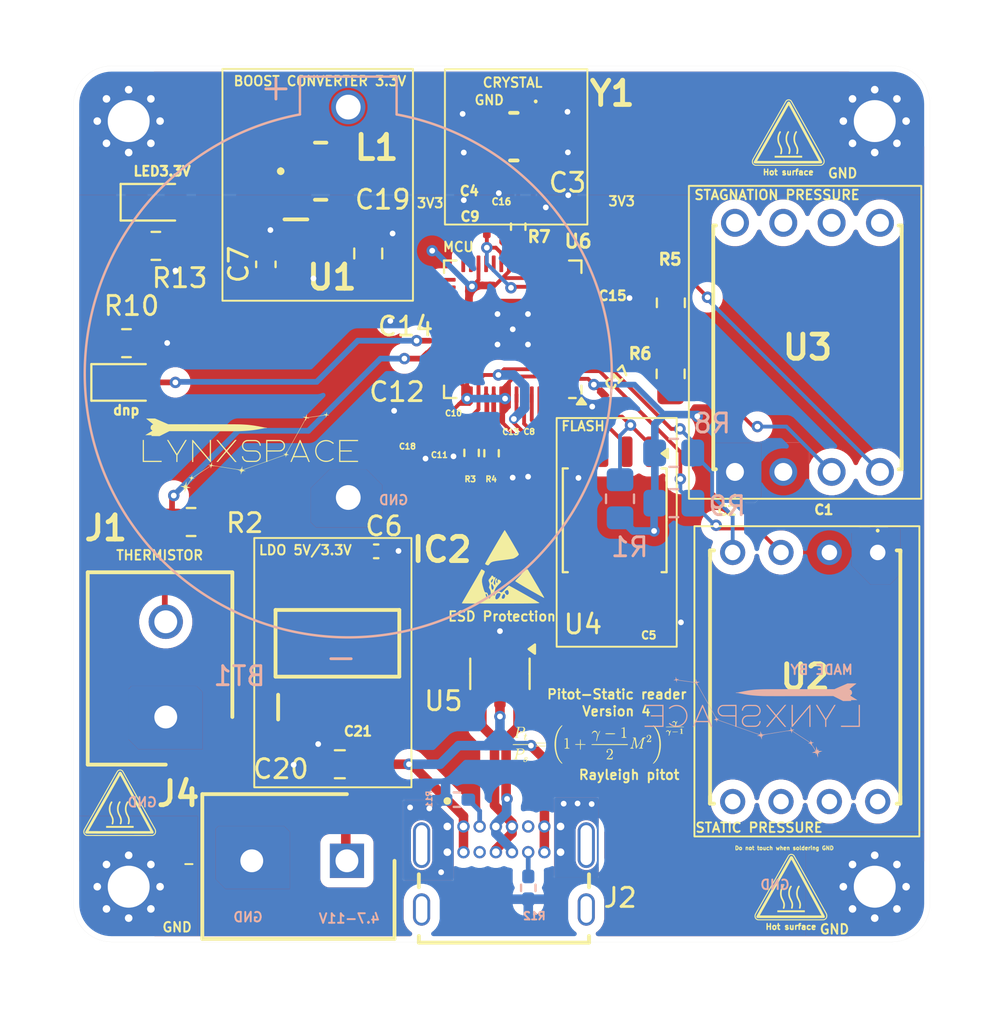
<source format=kicad_pcb>
(kicad_pcb (version 20241229) (generator "pcbnew") (generator_version "9.0")
  (layers (0 "F.Cu" signal) (2 "B.Cu" signal) (13 "F.Paste" user) (15 "B.Paste" user) (5 "F.SilkS" user "F.Silkscreen") (7 "B.SilkS" user "B.Silkscreen") (1 "F.Mask" user) (3 "B.Mask" user) (25 "Edge.Cuts" user))
  (net 0 "")
  (net 1 "FLASH_CS")
  (net 2 "GND")
  (net 3 "XIN")
  (net 4 "XOUT")
  (net 5 "+1V1")
  (net 6 "Net-(D1-A)")
  (net 8 "D-")
  (net 9 "D+")
  (net 10 "Net-(D1-K)")
  (net 11 "connD-")
  (net 16 "QSPI_SD3")
  (net 17 "QSPI_SD0")
  (net 18 "FLASH_CLK")
  (net 19 "QSPI_SD1")
  (net 20 "QSPI_SD2")
  (net 21 "connD+")
  (net 22 "GPIO_ADC_THERM")
  (net 23 "+5V")
  (net 24 "+3V3")
  (net 25 "SENS_SDA1")
  (net 26 "SENS_SCL1")
  (net 27 "/USB_DP")
  (net 28 "/USB_DN")
  (net 54 "Net-(C4-Pad2)")
  (net 59 "Net-(J2-CC2)")
  (net 60 "Net-(J2-CC1)")
  (net 63 "VCC")
  (net 64 "SENS_SCL0")
  (net 65 "SENS_SDA0")
  (net 66 "Net-(D2-K)")
  (net 67 "/SW")
  (footprint "MountingHole:MountingHole_2.2mm_M2_Pad_Via" (layer "F.Cu") (at 132.011636 128.390192)
    (property "Reference" "H2" (hide yes))
    (property "Value" "MountingHole_Pad_MP" (hide yes))
  )
  (footprint "Capacitor_SMD:C_0201_0603Metric_Pad0.64x0.40mm_HandSolder" (layer "F.Cu") (at 142.3575 120.22)
    (property "Reference" "C21")
    (property "Value" "0.1u")
  )
  (footprint "Capacitor_SMD:C_0201_0603Metric_Pad0.64x0.40mm_HandSolder" (layer "F.Cu") (at 157.221854 102.791854 -45)
    (property "Reference" "C17")
    (property "Value" "100n")
  )
  (footprint "Resistor_SMD:R_0805_2012Metric_Pad1.20x1.40mm_HandSolder" (layer "F.Cu") (at 135.29 109.24)
    (property "Reference" "R2")
    (property "Value" "10k")
  )
  (footprint "LOGO" (layer "F.Cu") (at 166.67 88.79)
    (property "Reference" "G***" (hide yes))
    (property "Value" "LOGO" (hide yes))
  )
  (footprint "Capacitor_SMD:C_0201_0603Metric_Pad0.64x0.40mm_HandSolder" (layer "F.Cu") (at 153 105.63 -90)
    (property "Reference" "C8")
    (property "Value" "100n")
  )
  (footprint "SamacSys_Parts:SHDR2W70P0X500_1X2_1000X750X1160P" (layer "F.Cu") (at 143.48 127.03 180)
    (property "Reference" "J4")
    (property "Value" "691137710002" (hide yes))
  )
  (footprint "Package_DFN_QFN:QFN-56-1EP_7x7mm_P0.4mm_EP3.2x3.2mm" (layer "F.Cu") (at 152.1925 99.12 180)
    (property "Reference" "U6")
    (property "Value" "RP2040")
  )
  (footprint "Capacitor_SMD:C_0402_1005Metric_Pad0.74x0.62mm_HandSolder" (layer "F.Cu") (at 145.0175 110.78)
    (property "Reference" "C6")
    (property "Value" "22u")
  )
  (footprint "MountingHole:MountingHole_2.2mm_M2_Pad_Via" (layer "F.Cu") (at 171.21336 128.390192)
    (property "Reference" "H1" (hide yes))
    (property "Value" "MountingHole_Pad_MP" (hide yes))
  )
  (footprint "Resistor_SMD:R_0805_2012Metric_Pad1.20x1.40mm_HandSolder" (layer "F.Cu") (at 160.49 101.46 -90)
    (property "Reference" "R6")
    (property "Value" "4.7k")
  )
  (footprint "SamacSys_Parts:HSCDANN015PA2A3" (layer "F.Cu") (at 171.37 110.84 180)
    (property "Reference" "U2")
    (property "Value" "HSCDANN015PA2A3" (hide yes))
  )
  (footprint "Capacitor_SMD:C_0201_0603Metric_Pad0.64x0.40mm_HandSolder" (layer "F.Cu") (at 150.83 93.61 90)
    (property "Reference" "C9")
    (property "Value" "100n")
  )
  (footprint "LOGO" (layer "F.Cu") (at 131.54 123.98)
    (property "Reference" "G***" (hide yes))
    (property "Value" "LOGO" (hide yes))
  )
  (footprint "MountingHole:MountingHole_2.2mm_M2_Pad_Via" (layer "F.Cu") (at 132.011636 88.188468)
    (property "Reference" "H3" (hide yes))
    (property "Value" "MountingHole_Pad_MP" (hide yes))
  )
  (footprint "LED_SMD:LED_0805_2012Metric_Pad1.15x1.40mm_HandSolder" (layer "F.Cu") (at 133.45 92.45)
    (property "Reference" "D2" (hide yes))
    (property "Value" "LED")
  )
  (footprint "Capacitor_SMD:C_0201_0603Metric_Pad0.64x0.40mm_HandSolder" (layer "F.Cu") (at 169.9925 108.81 180)
    (property "Reference" "C1")
    (property "Value" "0.1u")
  )
  (footprint "Capacitor_SMD:C_0201_0603Metric_Pad0.64x0.40mm_HandSolder" (layer "F.Cu") (at 148.35 104.625 -90)
    (property "Reference" "C11")
    (property "Value" "1u")
  )
  (footprint "Capacitor_SMD:C_0201_0603Metric_Pad0.64x0.40mm_HandSolder" (layer "F.Cu") (at 159.8675 114.5)
    (property "Reference" "C5")
    (property "Value" "100n")
  )
  (footprint "Capacitor_SMD:C_0201_0603Metric_Pad0.64x0.40mm_HandSolder" (layer "F.Cu") (at 146.6175 98.1 180)
    (property "Reference" "C14")
    (property "Value" "100n")
  )
  (footprint "SamacSys_Parts:ELVH030GHANDCPSA4" (layer "F.Cu") (at 163.87 106.61 90)
    (property "Reference" "U3")
    (property "Value" "ELVH-030A-HAND-I-N2A4" (hide yes))
  )
  (footprint "Resistor_SMD:R_0402_1005Metric_Pad0.72x0.64mm_HandSolder" (layer "F.Cu") (at 151.08 105.63 90)
    (property "Reference" "R4")
    (property "Value" "27.4")
  )
  (footprint "Capacitor_SMD:C_0805_2012Metric_Pad1.18x1.45mm_HandSolder" (layer "F.Cu") (at 143.1075 121.96 180)
    (property "Reference" "C20")
    (property "Value" "10u")
  )
  (footprint "Resistor_SMD:R_0402_1005Metric_Pad0.72x0.64mm_HandSolder" (layer "F.Cu") (at 152.48 93.7325 -90)
    (property "Reference" "R7")
    (property "Value" "1k")
  )
  (footprint "Capacitor_SMD:C_0201_0603Metric_Pad0.64x0.40mm_HandSolder" (layer "F.Cu") (at 153.2775 91.11 180)
    (property "Reference" "C3")
    (property "Value" "15p")
  )
  (footprint "Package_SO:SOIC-8_5.23x5.23mm_P1.27mm" (layer "F.Cu") (at 157.55 109.15 -90)
    (property "Reference" "U4")
    (property "Value" "W25Q128JVS")
  )
  (footprint "Capacitor_SMD:C_0201_0603Metric_Pad0.64x0.40mm_HandSolder" (layer "F.Cu") (at 150.7375 91.2)
    (property "Reference" "C4")
    (property "Value" "15p")
  )
  (footprint "Resistor_SMD:R_0805_2012Metric_Pad1.20x1.40mm_HandSolder" (layer "F.Cu") (at 131.895 99.85 180)
    (property "Reference" "R10")
    (property "Value" "dnp")
  )
  (footprint "SamacSys_Parts:SHDR2W70P0X500_1X2_1000X750X1160P" (layer "F.Cu") (at 133.96 119.48 90)
    (property "Reference" "J1")
    (property "Value" "Screw_Terminal_01x02/Thermistor" (hide yes))
  )
  (footprint "SamacSys_Parts:ABM8272T3" (layer "F.Cu") (at 152.25 89.005 180)
    (property "Reference" "Y1")
    (property "Value" "ABM8-272-T3" (hide yes))
  )
  (footprint "Capacitor_SMD:C_0201_0603Metric_Pad0.64x0.40mm_HandSolder" (layer "F.Cu") (at 149.07 104.63 -90)
    (property "Reference" "C10")
    (property "Value" "1u")
  )
  (footprint "Resistor_SMD:R_0805_2012Metric_Pad1.20x1.40mm_HandSolder" (layer "F.Cu") (at 160.5 97.73 90)
    (property "Reference" "R5")
    (property "Value" "4.7k")
  )
  (footprint "Resistor_SMD:R_0402_1005Metric_Pad0.72x0.64mm_HandSolder" (layer "F.Cu") (at 150.03 105.61 90)
    (property "Reference" "R3")
    (property "Value" "27.4")
  )
  (footprint "LOGO" (layer "F.Cu") (at 166.81 128.41)
    (property "Reference" "G***" (hide yes))
    (property "Value" "LOGO" (hide yes))
  )
  (footprint "Capacitor_SMD:C_0201_0603Metric_Pad0.64x0.40mm_HandSolder" (layer "F.Cu") (at 164.8675 108.63)
    (property "Reference" "C2")
    (property "Value" "0.1u")
  )
  (footprint "Resistor_SMD:R_0805_2012Metric_Pad1.20x1.40mm_HandSolder" (layer "F.Cu") (at 133.44 94.74)
    (property "Reference" "R13")
    (property "Value" "110")
  )
  (footprint "Package_TO_SOT_SMD:SOT-23-6" (layer "F.Cu") (at 151.52 117.2125 -90)
    (property "Reference" "U5")
    (property "Value" "USBLC6-2SC6")
  )
  (footprint "Capacitor_SMD:C_0603_1608Metric_Pad1.08x0.95mm_HandSolder" (layer "F.Cu") (at 139.22 95.71 90)
    (property "Reference" "C7")
    (property "Value" "1u")
  )
  (footprint "SamacSys_Parts:SOT65P210X100-6N" (layer "F.Cu") (at 141.75 94.55)
    (property "Reference" "U1")
    (property "Value" "LTC3525D-3.3" (hide yes))
  )
  (footprint "Capacitor_SMD:C_0201_0603Metric_Pad0.64x0.40mm_HandSolder" (layer "F.Cu") (at 147.0775 103.4 180)
    (property "Reference" "C12")
    (property "Value" "100n")
  )
  (footprint "Capacitor_SMD:C_0201_0603Metric_Pad0.64x0.40mm_HandSolder" (layer "F.Cu") (at 147.51 104.7175 -90)
    (property "Reference" "C18")
    (property "Value" "100n")
  )
  (footprint "SamacSys_Parts:SOT229P700X180-4N" (layer "F.Cu") (at 142.98 115.61 90)
    (property "Reference" "IC2")
    (property "Value" "AMS1117-3.3" (hide yes))
  )
  (footprint "LOGO" (layer "F.Cu") (at 156.621721 120.857893)
    (property "Reference" "G***" (hide yes))
    (property "Value" "LOGO" (hide yes))
  )
  (footprint "Capacitor_SMD:C_0201_0603Metric_Pad0.64x0.40mm_HandSolder" (layer "F.Cu") (at 157.3475 98.09)
    (property "Reference" "C15")
    (property "Value" "100n")
  )
  (footprint "LED_SMD:LED_0805_2012Metric_Pad1.15x1.40mm_HandSolder" (layer "F.Cu") (at 131.91 101.91)
    (property "Reference" "D1" (hide yes))
    (property "Value" "dnp")
  )
  (footprint "SamacSys_Parts:SRN3012TA2R2M" (layer "F.Cu") (at 142.1 90.82)
    (property "Reference" "L1")
    (property "Value" "10u" (hide yes))
  )
  (footprint "Capacitor_SMD:C_0201_0603Metric_Pad0.64x0.40mm_HandSolder" (layer "F.Cu") (at 152.21 105.65 -90)
    (property "Reference" "C13")
    (property "Value" "100n")
  )
  (footprint "MountingHole:MountingHole_2.2mm_M2_Pad_Via" (layer "F.Cu") (at 171.21336 88.188468)
    (property "Reference" "H4" (hide yes))
    (property "Value" "MountingHole_Pad_MP" (hide yes))
  )
  (footprint "USB:GCT_USB4085-GF-A_REVB" (layer "F.Cu") (at 151.73 129.5875)
    (property "Reference" "J2")
    (property "Value" "USB4085-GF-A_REVB" (hide yes))
  )
  (footprint "Capacitor_SMD:C_0201_0603Metric_Pad0.64x0.40mm_HandSolder" (layer "F.Cu") (at 151.59 93.6175 90)
    (property "Reference" "C16")
    (property "Value" "100n")
  )
  (footprint "Capacitor_SMD:C_0805_2012Metric_Pad1.18x1.45mm_HandSolder" (layer "F.Cu") (at 144.6 95.14 90)
    (property "Reference" "C19")
    (property "Value" "10u")
  )
  (footprint "LOGO" (layer "F.Cu") (at 138.41 105.58)
    (property "Reference" "G***" (hide yes))
    (property "Value" "LOGO" (hide yes))
  )
  (footprint "LOGO" (layer "F.Cu") (at 151.85 111.69)
    (property "Reference" "G***" (hide yes))
    (property "Value" "LOGO" (hide yes))
  )
  (footprint "Resistor_SMD:R_0805_2012Metric_Pad1.20x1.40mm_HandSolder" (layer "B.Cu") (at 160.66 108.251)
    (property "Reference" "R9")
    (property "Value" "4.7k")
  )
  (footprint "battholder:BAT_BH1000G" (layer "B.Cu") (at 143.55 101.453902)
    (property "Reference" "BT1")
    (property "Value" "BH1000G")
  )
  (footprint "Resistor_SMD:R_0402_1005Metric_Pad0.72x0.64mm_HandSolder" (layer "B.Cu") (at 153.01 128.45 90)
    (property "Reference" "R12")
    (property "Value" "5.1k")
  )
  (footprint "Resistor_SMD:R_0402_1005Metric_Pad0.72x0.64mm_HandSolder" (layer "B.Cu") (at 149.26 123.82)
    (property "Reference" "R11")
    (property "Value" "5.1k")
  )
  (footprint "Resistor_SMD:R_0805_2012Metric_Pad1.20x1.40mm_HandSolder" (layer "B.Cu") (at 160.65 105.61)
    (property "Reference" "R8")
    (property "Value" "4.7k")
  )
  (footprint "LOGO" (layer "B.Cu") (at 164.774918 119.49 180)
    (property "Reference" "G***" (hide yes))
    (property "Value" "LOGO" (hide yes))
  )
  (footprint "Resistor_SMD:R_0805_2012Metric_Pad1.20x1.40mm_HandSolder" (layer "B.Cu") (at 157.83 108.02 90)
    (property "Reference" "R1")
    (property "Value" "dnp")
  )
  (gr_rect (start 161.74 109.46) (end 173.56 125.751) (stroke (width 0.1)) (fill no) (layer "F.SilkS"))
  (gr_rect (start 136.938902 85.448902) (end 146.95 97.62) (stroke (width 0.1)) (fill no) (layer "F.SilkS"))
  (gr_rect (start 161.45 91.589) (end 173.66 108.02) (stroke (width 0.1)) (fill no) (layer "F.SilkS"))
  (gr_rect (start 154.5 103.78) (end 160.81 115.79) (stroke (width 0.1)) (fill no) (layer "F.SilkS"))
  (gr_rect (start 138.61 110.08) (end 146.87 123.17) (stroke (width 0.1)) (fill no) (layer "F.SilkS"))
  (gr_rect (start 148.63 85.465) (end 156.115 93.62) (stroke (width 0.1)) (fill no) (layer "F.SilkS"))
  (gr_line (start 129.285407 130.102803) (end 129.380447 130.28933) (stroke (width 0.005)) (layer "Edge.Cuts"))
  (gr_circle (center 171.21336 128.390192) (end 172.31336 128.390192) (stroke (width 0.005)) (fill no) (layer "Edge.Cuts"))
  (gr_line (start 129.936927 130.907364) (end 130.112498 131.021381) (stroke (width 0.005)) (layer "Edge.Cuts"))
  (gr_line (start 172.925971 131.116421) (end 173.112498 131.021381) (stroke (width 0.005)) (layer "Edge.Cuts"))
  (gr_line (start 129.123454 87.080273) (end 129.112498 87.28933) (stroke (width 0.005)) (layer "Edge.Cuts"))
  (gr_line (start 129.494464 130.464901) (end 129.626208 130.627591) (stroke (width 0.005)) (layer "Edge.Cuts"))
  (gr_line (start 129.112498 87.28933) (end 129.112498 129.28933) (stroke (width 0.005)) (layer "Edge.Cuts"))
  (gr_circle (center 171.21336 88.188468) (end 172.31336 88.188468) (stroke (width 0.005)) (fill no) (layer "Edge.Cuts"))
  (gr_line (start 130.494464 131.191443) (end 130.696675 131.245625) (stroke (width 0.005)) (layer "Edge.Cuts"))
  (gr_line (start 130.696675 131.245625) (end 130.903441 131.278374) (stroke (width 0.005)) (layer "Edge.Cuts"))
  (gr_line (start 130.903441 131.278374) (end 131.112498 131.28933) (stroke (width 0.005)) (layer "Edge.Cuts"))
  (gr_line (start 129.156203 86.873507) (end 129.123454 87.080273) (stroke (width 0.005)) (layer "Edge.Cuts"))
  (gr_line (start 173.450759 85.80304) (end 173.288069 85.671296) (stroke (width 0.005)) (layer "Edge.Cuts"))
  (gr_line (start 130.696675 85.333035) (end 130.494464 85.387217) (stroke (width 0.005)) (layer "Edge.Cuts"))
  (gr_line (start 172.730532 85.387217) (end 172.528321 85.333035) (stroke (width 0.005)) (layer "Edge.Cuts"))
  (gr_line (start 172.528321 85.333035) (end 172.321555 85.300286) (stroke (width 0.005)) (layer "Edge.Cuts"))
  (gr_line (start 172.528321 131.245625) (end 172.730532 131.191443) (stroke (width 0.005)) (layer "Edge.Cuts"))
  (gr_line (start 174.014611 129.907364) (end 174.068793 129.705153) (stroke (width 0.005)) (layer "Edge.Cuts"))
  (gr_line (start 172.321555 85.300286) (end 172.112498 85.28933) (stroke (width 0.005)) (layer "Edge.Cuts"))
  (gr_line (start 130.299025 85.462239) (end 130.112498 85.557279) (stroke (width 0.005)) (layer "Edge.Cuts"))
  (gr_line (start 129.494464 86.113759) (end 129.380447 86.28933) (stroke (width 0.005)) (layer "Edge.Cuts"))
  (gr_line (start 131.112498 131.28933) (end 172.112498 131.28933) (stroke (width 0.005)) (layer "Edge.Cuts"))
  (gr_line (start 130.299025 131.116421) (end 130.494464 131.191443) (stroke (width 0.005)) (layer "Edge.Cuts"))
  (gr_line (start 174.101542 87.080273) (end 174.068793 86.873507) (stroke (width 0.005)) (layer "Edge.Cuts"))
  (gr_line (start 173.730532 130.464901) (end 173.844549 130.28933) (stroke (width 0.005)) (layer "Edge.Cuts"))
  (gr_line (start 173.939589 86.475857) (end 173.844549 86.28933) (stroke (width 0.005)) (layer "Edge.Cuts"))
  (gr_line (start 174.112498 87.28933) (end 174.101542 87.080273) (stroke (width 0.005)) (layer "Edge.Cuts"))
  (gr_line (start 174.101542 129.498387) (end 174.112498 129.28933) (stroke (width 0.005)) (layer "Edge.Cuts"))
  (gr_line (start 173.450759 130.77562) (end 173.598788 130.627591) (stroke (width 0.005)) (layer "Edge.Cuts"))
  (gr_line (start 129.380447 130.28933) (end 129.494464 130.464901) (stroke (width 0.005)) (layer "Edge.Cuts"))
  (gr_line (start 172.730532 131.191443) (end 172.925971 131.116421) (stroke (width 0.005)) (layer "Edge.Cuts"))
  (gr_line (start 129.774237 85.80304) (end 129.626208 85.951069) (stroke (width 0.005)) (layer "Edge.Cuts"))
  (gr_line (start 173.598788 85.951069) (end 173.450759 85.80304) (stroke (width 0.005)) (layer "Edge.Cuts"))
  (gr_line (start 173.288069 85.671296) (end 173.112498 85.557279) (stroke (width 0.005)) (layer "Edge.Cuts"))
  (gr_line (start 129.123454 129.498387) (end 129.156203 129.705153) (stroke (width 0.005)) (layer "Edge.Cuts"))
  (gr_line (start 173.939589 130.102803) (end 174.014611 129.907364) (stroke (width 0.005)) (layer "Edge.Cuts"))
  (gr_line (start 173.730532 86.113759) (end 173.598788 85.951069) (stroke (width 0.005)) (layer "Edge.Cuts"))
  (gr_line (start 130.903441 85.300286) (end 130.696675 85.333035) (stroke (width 0.005)) (layer "Edge.Cuts"))
  (gr_line (start 172.925971 85.462239) (end 172.730532 85.387217) (stroke (width 0.005)) (layer "Edge.Cuts"))
  (gr_line (start 173.844549 86.28933) (end 173.730532 86.113759) (stroke (width 0.005)) (layer "Edge.Cuts"))
  (gr_line (start 172.321555 131.278374) (end 172.528321 131.245625) (stroke (width 0.005)) (layer "Edge.Cuts"))
  (gr_line (start 129.210385 129.907364) (end 129.285407 130.102803) (stroke (width 0.005)) (layer "Edge.Cuts"))
  (gr_line (start 172.112498 85.28933) (end 131.112498 85.28933) (stroke (width 0.005)) (layer "Edge.Cuts"))
  (gr_line (start 129.380447 86.28933) (end 129.285407 86.475857) (stroke (width 0.005)) (layer "Edge.Cuts"))
  (gr_line (start 173.112498 85.557279) (end 172.925971 85.462239) (stroke (width 0.005)) (layer "Edge.Cuts"))
  (gr_line (start 174.068793 129.705153) (end 174.101542 129.498387) (stroke (width 0.005)) (layer "Edge.Cuts"))
  (gr_line (start 129.285407 86.475857) (end 129.210385 86.671296) (stroke (width 0.005)) (layer "Edge.Cuts"))
  (gr_line (start 173.598788 130.627591) (end 173.730532 130.464901) (stroke (width 0.005)) (layer "Edge.Cuts"))
  (gr_line (start 129.774237 130.77562) (end 129.936927 130.907364) (stroke (width 0.005)) (layer "Edge.Cuts"))
  (gr_line (start 173.844549 130.28933) (end 173.939589 130.102803) (stroke (width 0.005)) (layer "Edge.Cuts"))
  (gr_line (start 173.288069 130.907364) (end 173.450759 130.77562) (stroke (width 0.005)) (layer "Edge.Cuts"))
  (gr_line (start 129.210385 86.671296) (end 129.156203 86.873507) (stroke (width 0.005)) (layer "Edge.Cuts"))
  (gr_line (start 129.626208 85.951069) (end 129.494464 86.113759) (stroke (width 0.005)) (layer "Edge.Cuts"))
  (gr_circle (center 132.011636 128.390192) (end 133.111636 128.390192) (stroke (width 0.005)) (fill no) (layer "Edge.Cuts"))
  (gr_line (start 130.112498 131.021381) (end 130.299025 131.116421) (stroke (width 0.005)) (layer "Edge.Cuts"))
  (gr_line (start 130.112498 85.557279) (end 129.936927 85.671296) (stroke (width 0.005)) (layer "Edge.Cuts"))
  (gr_line (start 129.936927 85.671296) (end 129.774237 85.80304) (stroke (width 0.005)) (layer "Edge.Cuts"))
  (gr_line (start 130.494464 85.387217) (end 130.299025 85.462239) (stroke (width 0.005)) (layer "Edge.Cuts"))
  (gr_line (start 129.626208 130.627591) (end 129.774237 130.77562) (stroke (width 0.005)) (layer "Edge.Cuts"))
  (gr_line (start 131.112498 85.28933) (end 130.903441 85.300286) (stroke (width 0.005)) (layer "Edge.Cuts"))
  (gr_line (start 174.068793 86.873507) (end 174.014611 86.671296) (stroke (width 0.005)) (layer "Edge.Cuts"))
  (gr_line (start 174.112498 129.28933) (end 174.112498 87.28933) (stroke (width 0.005)) (layer "Edge.Cuts"))
  (gr_line (start 129.112498 129.28933) (end 129.123454 129.498387) (stroke (width 0.005)) (layer "Edge.Cuts"))
  (gr_circle (center 132.011636 88.188468) (end 133.111636 88.188468) (stroke (width 0.005)) (fill no) (layer "Edge.Cuts"))
  (gr_line (start 129.156203 129.705153) (end 129.210385 129.907364) (stroke (width 0.005)) (layer "Edge.Cuts"))
  (gr_line (start 173.112498 131.021381) (end 173.288069 130.907364) (stroke (width 0.005)) (layer "Edge.Cuts"))
  (gr_line (start 174.014611 86.671296) (end 173.939589 86.475857) (stroke (width 0.005)) (layer "Edge.Cuts"))
  (gr_line (start 172.112498 131.28933) (end 172.321555 131.278374) (stroke (width 0.005)) (layer "Edge.Cuts"))
  (gr_text "LDO 5V/3.3V" (at 138.8 111.01 0) (layer "F.SilkS") (effects (font (size 0.5 0.5) (thickness 0.1) (bold yes)) (justify left bottom)))
  (gr_text "THERMISTOR" (at 131.3 111.28 0) (layer "F.SilkS") (effects (font (size 0.5 0.5) (thickness 0.1) (bold yes)) (justify left bottom)))
  (gr_text "GND" (at 168.27 130.92 0) (layer "F.SilkS") (effects (font (size 0.5 0.5) (thickness 0.1) (bold yes)) (justify left bottom)))
  (gr_text "ESD Protection" (at 148.74 114.49 0) (layer "F.SilkS") (effects (font (size 0.5 0.5) (thickness 0.1) (bold yes)) (justify left bottom)))
  (gr_text "STAGNATION PRESSURE" (at 161.68 92.36 0) (layer "F.SilkS") (effects (font (size 0.5 0.5) (thickness 0.1) (bold yes)) (justify left bottom)))
  (gr_text "LED3.3V" (at 133.765 90.82 0) (layer "F.SilkS") (effects (font (size 0.5 0.5) (thickness 0.125))))
  (gr_text "3V3" (at 147.1 92.79 0) (layer "F.SilkS") (effects (font (size 0.5 0.5) (thickness 0.1) (bold yes)) (justify left bottom)))
  (gr_text "GND" (at 168.7 91.22 0) (layer "F.SilkS") (effects (font (size 0.5 0.5) (thickness 0.1) (bold yes)) (justify left bottom)))
  (gr_text "Hot surface" (at 165.3 91.05 0) (layer "F.SilkS") (effects (font (size 0.3 0.3) (thickness 0.075) (bold yes)) (justify left bottom)))
  (gr_text "Hot surface" (at 165.44 130.67 0) (layer "F.SilkS") (effects (font (size 0.3 0.3) (thickness 0.075) (bold yes)) (justify left bottom)))
  (gr_text "GND" (at 133.73 130.81 0) (layer "F.SilkS") (effects (font (size 0.5 0.5) (thickness 0.1) (bold yes)) (justify left bottom)))
  (gr_text "3V3" (at 157.16 92.69 0) (layer "F.SilkS") (effects (font (size 0.5 0.5) (thickness 0.1) (bold yes)) (justify left bottom)))
  (gr_text "STATIC PRESSURE" (at 161.74 125.581 0) (layer "F.SilkS") (effects (font (size 0.5 0.5) (thickness 0.1) (bold yes)) (justify left bottom)))
  (gr_text "MCU" (at 148.47 95.09 0) (layer "F.SilkS") (effects (font (size 0.5 0.5) (thickness 0.1) (bold yes)) (justify left bottom)))
  (gr_text "Do not touch when soldering GND" (at 163.84 126.48 0) (layer "F.SilkS") (effects (font (size 0.2 0.2) (thickness 0.05) (bold yes)) (justify left bottom)))
  (gr_text "GND" (at 150.13 87.38 0) (layer "F.SilkS") (effects (font (size 0.5 0.5) (thickness 0.1) (bold yes)) (justify left bottom)))
  (gr_text "Rayleigh pitot" (at 155.61 122.81 0) (layer "F.SilkS") (effects (font (size 0.5 0.5) (thickness 0.1) (bold yes)) (justify left bottom)))
  (gr_text "CRYSTAL" (at 150.56 86.46 0) (layer "F.SilkS") (effects (font (size 0.5 0.5) (thickness 0.1) (bold yes)) (justify left bottom)))
  (gr_text "FLASH" (at 154.69 104.5 0) (layer "F.SilkS") (effects (font (size 0.5 0.5) (thickness 0.1) (bold yes)) (justify left bottom)))
  (gr_text "BOOST CONVERTER 3.3V" (at 137.47 86.38 0) (layer "F.SilkS") (effects (font (size 0.5 0.5) (thickness 0.1) (bold yes)) (justify left bottom)))
  (gr_text "Version 4" (at 155.79 119.47 0) (layer "F.SilkS") (effects (font (size 0.5 0.5) (thickness 0.1) (bold yes)) (justify left bottom)))
  (gr_text "Pitot-Static reader" (at 153.94 118.58 0) (layer "F.SilkS") (effects (font (size 0.5 0.5) (thickness 0.1) (bold yes)) (justify left bottom)))
  (gr_text "-" (at 134.8 127.46 0) (layer "F.SilkS") (effects (font (size 0.5 0.5) (thickness 0.1) (bold yes)) (justify left bottom)))
  (gr_text "GND" (at 139.11 130.28 -0) (layer "B.SilkS") (effects (font (size 0.5 0.5) (thickness 0.1) (bold yes)) (justify left bottom mirror)))
  (gr_text "GND" (at 146.76 108.38 0) (layer "B.SilkS") (effects (font (size 0.5 0.5) (thickness 0.1) (bold yes)) (justify left bottom mirror)))
  (gr_text "4.7-11V" (at 145.27 130.35 -0) (layer "B.SilkS") (effects (font (size 0.5 0.5) (thickness 0.1) (bold yes)) (justify left bottom mirror)))
  (gr_text "GND" (at 133.55 124.25 0) (layer "B.SilkS") (effects (font (size 0.5 0.5) (thickness 0.1) (bold yes)) (justify left bottom mirror)))
  (gr_text "GND" (at 166.8 128.58 0) (layer "B.SilkS") (effects (font (size 0.5 0.5) (thickness 0.1) (bold yes)) (justify left bottom mirror)))
  (gr_text "MADE BY" (at 170.12 117.29 -0) (layer "B.SilkS") (effects (font (size 0.5 0.5) (thickness 0.1) (bold yes)) (justify left bottom mirror)))
  (segment (start 159.455 105.225) (end 159.455 105.55) (width 0.2) (layer "F.Cu") (net 1))
  (segment (start 158.38 104.15) (end 159.455 105.225) (width 0.2) (layer "F.Cu") (net 1))
  (segment (start 155.5 103.71) (end 154.7925 103.0025) (width 0.2) (layer "F.Cu") (net 1))
  (segment (start 154.7925 103.0025) (end 154.7925 102.5575) (width 0.2) (layer "F.Cu") (net 1))
  (segment (start 158.38 104.15) (end 157.94 103.71) (width 0.2) (layer "F.Cu") (net 1))
  (segment (start 157.94 103.71) (end 155.5 103.71) (width 0.2) (layer "F.Cu") (net 1))
  (via (at 158.38 104.15) (size 0.6) (drill 0.3) (layers "F.Cu" "B.Cu") (net 1))
  (segment (start 157.83 107.02) (end 157.83 104.7) (width 0.2) (layer "B.Cu") (net 1))
  (segment (start 157.83 104.7) (end 158.38 104.15) (width 0.2) (layer "B.Cu") (net 1))
  (segment (start 147.51 105.81) (end 147.51 105.125) (width 0.2) (layer "F.Cu") (net 2))
  (segment (start 148.35 105.39) (end 148.35 105.0325) (width 0.2) (layer "F.Cu") (net 2))
  (segment (start 144.6125 94.09) (end 144.6 94.1025) (width 0.4) (layer "F.Cu") (net 2))
  (segment (start 146.67 103.4) (end 145.96 103.4) (width 0.2) (layer "F.Cu") (net 2))
  (segment (start 157.755 98.055) (end 157.755 98.09) (width 0.2) (layer "F.Cu") (net 2))
  (segment (start 163.85 108.04) (end 164.44 108.63) (width 0.2) (layer "F.Cu") (net 2))
  (segment (start 171.37 110.84) (end 171.37 109.78) (width 0.2) (layer "F.Cu") (net 2))
  (segment (start 153.69 90.17) (end 153.69 91.105) (width 0.2) (layer "F.Cu") (net 2))
  (segment (start 153.93 94.538418) (end 153.1925 95.275918) (width 0.2) (layer "F.Cu") (net 2))
  (segment (start 153.93 92.72) (end 153.93 94.538418) (width 0.2) (layer "F.Cu") (net 2))
  (segment (start 140.69 120.58) (end 142.07 121.96) (width 0.3) (layer "F.Cu") (net 2))
  (segment (start 153.4 89.88) (end 153.69 90.17) (width 0.2) (layer "F.Cu") (net 2))
  (segment (start 163.85 106.59) (end 163.85 108.04) (width 0.2) (layer "F.Cu") (net 2))
  (segment (start 140.8 94.55) (end 141.72 94.55) (width 0.4) (layer "F.Cu") (net 2))
  (segment (start 147.61 105.91) (end 147.83 105.91) (width 0.2) (layer "F.Cu") (net 2))
  (segment (start 140.69 118.96) (end 141.97 120.24) (width 0.3) (layer "F.Cu") (net 2))
  (segment (start 145.76 98.68) (end 145.76 98.55) (width 0.2) (layer "F.Cu") (net 2))
  (segment (start 140.8 94.55) (end 139.5175 94.55) (width 0.4) (layer "F.Cu") (net 2))
  (segment (start 156.37 103.18) (end 157.41 103.18) (width 0.2) (layer "F.Cu") (net 2))
  (segment (start 141.97 120.24) (end 141.97 120.9) (width 0.3) (layer "F.Cu") (net 2))
  (segment (start 142.07 121) (end 141.97 120.9) (width 0.3) (layer "F.Cu") (net 2))
  (segment (start 147.61 105.91) (end 147.51 105.81) (width 0.2) (layer "F.Cu") (net 2))
  (segment (start 145.88 94.09) (end 144.6125 94.09) (width 0.4) (layer "F.Cu") (net 2))
  (segment (start 171.37 109.78) (end 170.4 108.81) (width 0.2) (layer "F.Cu") (net 2))
  (segment (start 164.44 108.63) (end 164.46 108.63) (width 0.2) (layer "F.Cu") (net 2))
  (segment (start 132.795 99.83) (end 132.815 99.85) (width 0.3) (layer "F.Cu") (net 2))
  (segment (start 161.02 114.5) (end 160.275 114.5) (width 0.2) (layer "F.Cu") (net 2))
  (segment (start 132.895 99.85) (end 132.905 99.84) (width 0.3) (layer "F.Cu") (net 2))
  (segment (start 153.1925 95.275918) (end 153.1925 95.6825) (width 0.2) (layer "F.Cu") (net 2))
  (segment (start 146.17 110.78) (end 145.425 110.78) (width 0.2) (layer "F.Cu") (net 2))
  (segment (start 144.9 93.8025) (end 144.6 94.1025) (width 0.4) (layer "F.Cu") (net 2))
  (segment (start 141.72 96.45) (end 141.72 94.55) (width 0.4) (layer "F.Cu") (net 2))
  (segment (start 153.69 91.105) (end 153.685 91.11) (width 0.2) (layer "F.Cu") (net 2))
  (segment (start 132.815 99.85) (end 132.895 99.85) (width 0.3) (layer "F.Cu") (net 2))
  (segment (start 139.5175 94.55) (end 139.22 94.8475) (width 0.4) (layer "F.Cu") (net 2))
  (segment (start 147.83 105.91) (end 148.35 105.39) (width 0.2) (layer "F.Cu") (net 2))
  (segment (start 149.07 105.0375) (end 149.07 105.7825) (width 0.2) (layer "F.Cu") (net 2))
  (segment (start 141.72 94.55) (end 142.7 94.55) (width 0.4) (layer "F.Cu") (net 2))
  (segment (start 134.47 96.04) (end 134.47 94.73) (width 0.3) (layer "F.Cu") (net 2))
  (segment (start 144.1525 94.55) (end 144.6 94.1025) (width 0.4) (layer "F.Cu") (net 2))
  (segment (start 139.46 93.91) (end 139.22 94.15) (width 0.4) (layer "F.Cu") (net 2))
  (segment (start 139.22 94.15) (end 139.22 94.8475) (width 0.4) (layer "F.Cu") (net 2))
  (segment (start 157.41 103.18) (end 157.51 103.08) (width 0.2) (layer "F.Cu") (net 2))
  (segment (start 152.21 106.0575) (end 152.21 106.89) (width 0.2) (layer "F.Cu") (net 2))
  (segment (start 161.03 114.51) (end 161.02 114.5) (width 0.2) (layer "F.Cu") (net 2))
  (segment (start 145.76 98.55) (end 146.21 98.1) (width 0.2) (layer "F.Cu") (net 2))
  (segment (start 140.69 118.96) (end 140.69 120.58) (width 0.3) (layer "F.Cu") (net 2))
  (segment (start 142.07 121.96) (end 142.07 121) (width 0.3) (layer "F.Cu") (net 2))
  (segment (start 152.21 106.89) (end 152.19 106.91) (width 0.2) (layer "F.Cu") (net 2))
  (segment (start 149.07 105.7825) (end 149.08 105.7925) (width 0.2) (layer "F.Cu") (net 2))
  (segment (start 142.7 94.55) (end 144.1525 94.55) (width 0.4) (layer "F.Cu") (net 2))
  (segment (start 153 106.86) (end 153 106.0375) (width 0.2) (layer "F.Cu") (net 2))
  (segment (start 157.96 98.09) (end 157.755 98.09) (width 0.2) (layer "F.Cu") (net 2))
  (segment (start 140.68 121.99) (end 142.04 121.99) (width 0.3) (layer "F.Cu") (net 2))
  (segment (start 151.52 114.97) (end 151.52 116.075) (width 0.5) (layer "F.Cu") (net 2))
  (segment (start 155.645 106.925) (end 155.645 105.55) (width 0.5) (layer "F.Cu") (net 2))
  (segment (start 158.33 97.48) (end 157.755 98.055) (width 0.2) (layer "F.Cu") (net 2))
  (segment (start 132.905 99.84) (end 134.035 99.84) (width 0.3) (layer "F.Cu") (net 2))
  (via (at 139.46 93.91) (size 0.6) (drill 0.3) (layers "F.Cu" "B.Cu") (net 2))
  (via (at 155.09 89.83) (size 0.6) (drill 0.3) (layers "F.Cu" "B.Cu") (net 2))
  (via (at 152.1925 99.12) (size 0.6) (drill 0.3) (layers "F.Cu" "B.Cu") (net 2))
  (via (at 147.61 105.91) (size 0.6) (drill 0.3) (layers "F.Cu" "B.Cu") (net 2))
  (via (at 149.08 105.7925) (size 0.6) (drill 0.3) (layers "F.Cu" "B.Cu") (net 2))
  (via (at 145.76 98.68) (size 0.6) (drill 0.3) (layers "F.Cu" "B.Cu") (net 2))
  (via (at 146.19 110.76) (size 0.6) (drill 0.3) (layers "F.Cu" "B.Cu") (net 2))
  (via (at 152.19 106.91) (size 0.6) (drill 0.3) (layers "F.Cu" "B.Cu") (net 2))
  (via (at 149.56 87.81) (size 0.6) (drill 0.3) (layers "F.Cu" "B.Cu") (net 2))
  (via (at 134.47 96.04) (size 0.6) (drill 0.3) (layers "F.Cu" "B.Cu") (net 2))
  (via (at 155.11 92.08) (size 0.6) (drill 0.3) (layers "F.Cu" "B.Cu") (net 2))
  (via (at 156.34 124.05) (size 0.6) (drill 0.3) (layers "F.Cu" "B.Cu") (net 2))
  (via (at 141.72 96.45) (size 0.6) (drill 0.3) (layers "F.Cu" "B.Cu") (net 2))
  (via (at 146.8 124.23) (size 0.6) (drill 0.3) (layers "F.Cu" "B.Cu") (net 2))
  (via (at 153 106.86) (size 0.6) (drill 0.3) (layers "F.Cu" "B.Cu") (net 2))
  (via (at 149.62 89.84) (size 0.6) (drill 0.3) (layers "F.Cu" "B.Cu") (net 2))
  (via (at 141.97 120.9) (size 0.6) (drill 0.3) (layers "F.Cu" "B.Cu") (net 2))
  (via (at 152.9925 98.32) (size 0.6) (drill 0.3) (layers "F.Cu" "B.Cu") (net 2))
  (via (at 152.9925 99.92) (size 0.6) (drill 0.3) (layers "F.Cu" "B.Cu") (net 2))
  (via (at 153.93 92.72) (size 0.6) (drill 0.3) (layers "F.Cu" "B.Cu") (net 2))
  (via (at 145.88 94.09) (size 0.6) (drill 0.3) (layers "F.Cu" "B.Cu") (net 2))
  (via (at 151.46 91.97) (size 0.6) (drill 0.3) (layers "F.Cu" "B.Cu") (net 2))
  (via (at 151.3925 99.92) (size 0.6) (drill 0.3) (layers "F.Cu" "B.Cu") (net 2))
  (via (at 158.33 97.48) (size 0.6) (drill 0.3) (layers "F.Cu" "B.Cu") (net 2))
  (via (at 155.6 124.02) (size 0.6) (drill 0.3) (layers "F.Cu" "B.Cu") (net 2))
  (via (at 156.37 103.18) (size 0.6) (drill 0.3) (layers "F.Cu" "B.Cu") (net 2))
  (via (at 161.03 114.51) (size 0.6) (drill 0.3) (layers "F.Cu" "B.Cu") (net 2))
  (via (at 155.645 106.925) (size 0.6) (drill 0.3) (layers "F.Cu" "B.Cu") (net 2))
  (via (at 149.62 92.34) (size 0.6) (drill 0.3) (layers "F.Cu" "B.Cu") (net 2))
  (via (at 145.96 103.4) (size 0.6) (drill 0.3) (layers "F.Cu" "B.Cu") (net 2))
  (via (at 151.3925 98.32) (size 0.6) (drill 0.3) (layers "F.Cu" "B.Cu") (net 2))
  (via (at 134.035 99.84) (size 0.6) (drill 0.3) (layers "F.Cu" "B.Cu") (net 2))
  (via (at 154.87 124.03) (size 0.6) (drill 0.3) (layers "F.Cu" "B.Cu") (net 2))
  (via (at 155.07 87.7) (size 0.6) (drill 0.3) (layers "F.Cu" "B.Cu") (net 2))
  (via (at 151.52 114.97) (size 0.6) (drill 0.3) (layers "F.Cu" "B.Cu") (net 2))
  (via (at 140.68 121.99) (size 0.6) (drill 0.3) (layers "F.Cu" "B.Cu") (net 2))
  (via (at 147.81 124.28) (size 0.6) (drill 0.3) (layers "F.Cu" "B.Cu") (net 2))
  (via (at 148.43 127.63) (size 0.6) (drill 0.3) (layers "F.Cu" "B.Cu") (net 2))
  (segment (start 147.81 124.28) (end 148.2025 124.28) (width 0.2) (layer "B.Cu") (net 2))
  (segment (start 169.11 108.58) (end 171.37 110.84) (width 0.5) (layer "B.Cu") (net 2))
  (segment (start 163.85 106.59) (end 163.85 108.04) (width 0.5) (layer "B.Cu") (net 2))
  (segment (start 163.85 108.04) (end 164.39 108.58) (width 0.5) (layer "B.Cu") (net 2))
  (segment (start 164.39 108.58) (end 169.11 108.58) (width 0.5) (layer "B.Cu") (net 2))
  (segment (start 154.705 125.2275) (end 154.705 126.5775) (width 0.3) (layer "B.Cu") (net 2))
  (segment (start 148.2025 124.28) (end 148.6625 123.82) (width 0.2) (layer "B.Cu") (net 2))
  (segment (start 148.755 125.2275) (end 148.755 126.5775) (width 0.3) (layer "B.Cu") (net 2))
  (segment (start 153.4 88.13) (end 152.24 89.29) (width 0.2) (layer "F.Cu") (net 3))
  (segment (start 152.7925 94.9375) (end 153.28 94.45) (width 0.2) (layer "F.Cu") (net 3))
  (segment (start 152.24 90.71) (end 152.64 91.11) (width 0.2) (layer "F.Cu") (net 3))
  (segment (start 153.28 94.45) (end 153.28 92.07) (width 0.2) (layer "F.Cu") (net 3))
  (segment (start 152.64 91.11) (end 152.87 91.11) (width 0.2) (layer "F.Cu") (net 3))
  (segment (start 152.7925 95.6825) (end 152.7925 94.9375) (width 0.2) (layer "F.Cu") (net 3))
  (segment (start 152.87 91.66) (end 152.87 91.11) (width 0.2) (layer "F.Cu") (net 3))
  (segment (start 153.28 92.07) (end 152.87 91.66) (width 0.2) (layer "F.Cu") (net 3))
  (segment (start 152.24 89.29) (end 152.24 90.71) (width 0.2) (layer "F.Cu") (net 3))
  (segment (start 152.48 94.33) (end 152.3925 94.4175) (width 0.2) (layer "F.Cu") (net 4))
  (segment (start 152.3925 94.4175) (end 152.3925 95.6825) (width 0.2) (layer "F.Cu") (net 4))
  (segment (start 152.25 103.83) (end 152.39 103.69) (width 0.2) (layer "F.Cu") (net 5))
  (segment (start 151.5925 95.6825) (end 151.5925 95.1225) (width 0.2) (layer "F.Cu") (net 5))
  (segment (start 153 104.78) (end 153 105.2225) (width 0.2) (layer "F.Cu") (net 5))
  (segment (start 151.305 94.835) (end 150.830987 94.835) (width 0.2) (layer "F.Cu") (net 5))
  (segment (start 150.68 101.52) (end 150.3925 101.8075) (width 0.2) (layer "F.Cu") (net 5))
  (segment (start 151.5925 95.1225) (end 151.305 94.835) (width 0.2) (layer "F.Cu") (net 5))
  (segment (start 154.27 97.49) (end 153.67 96.89) (width 0.2) (layer "F.Cu") (net 5))
  (segment (start 150.3925 103.3275) (end 150.3925 102.5575) (width 0.2) (layer "F.Cu") (net 5))
  (segment (start 150.830987 94.835) (end 150.830987 94.018487) (width 0.2) (layer "F.Cu") (net 5))
  (segment (start 152.25 104.03) (end 153 104.78) (width 0.2) (layer "F.Cu") (net 5))
  (segment (start 152.25 103.83) (end 152.25 104.03) (width 0.2) (layer "F.Cu") (net 5))
  (segment (start 150.3925 101.8075) (end 150.3925 102.5575) (width 0.2) (layer "F.Cu") (net 5))
  (segment (start 149.4975 104.2225) (end 150.3925 103.3275) (width 0.2) (layer "F.Cu") (net 5))
  (segment (start 153.67 96.89) (end 152.15 96.89) (width 0.2) (layer "F.Cu") (net 5))
  (segment (start 152.39 102.56) (end 152.3925 102.5575) (width 0.2) (layer "F.Cu") (net 5))
  (segment (start 151.74 101.22) (end 153.84 101.22) (width 0.2) (layer "F.Cu") (net 5))
  (segment (start 150.830987 94.018487) (end 150.83 94.0175) (width 0.2) (layer "F.Cu") (net 5))
  (segment (start 151.44 101.52) (end 150.68 101.52) (width 0.2) (layer "F.Cu") (net 5))
  (segment (start 154.27 100.79) (end 154.27 97.49) (width 0.2) (layer "F.Cu") (net 5))
  (segment (start 149.07 104.2225) (end 149.4975 104.2225) (width 0.2) (layer "F.Cu") (net 5))
  (segment (start 151.44 101.52) (end 151.74 101.22) (width 0.2) (layer "F.Cu") (net 5))
  (segment (start 152.39 103.69) (end 152.39 102.56) (width 0.2) (layer "F.Cu") (net 5))
  (segment (start 153.84 101.22) (end 154.27 100.79) (width 0.2) (layer "F.Cu") (net 5))
  (segment (start 149.1625 104.13) (end 149.07 104.2225) (width 0.2) (layer "F.Cu") (net 5))
  (segment (start 152.15 96.89) (end 152.1 96.94) (width 0.2) (layer "F.Cu") (net 5))
  (via (at 152.25 103.83) (size 0.5) (drill 0.3) (layers "F.Cu" "B.Cu") (net 5))
  (via (at 151.44 101.52) (size 0.6) (drill 0.3) (layers "F.Cu" "B.Cu") (net 5))
  (via (at 150.830987 94.835) (size 0.6) (drill 0.3) (layers "F.Cu" "B.Cu") (net 5))
  (via (at 152.1 96.94) (size 0.6) (drill 0.3) (layers "F.Cu" "B.Cu") (net 5))
  (segment (start 152.24 101.52) (end 151.44 101.52) (width 0.5) (layer "B.Cu") (net 5))
  (segment (start 152.82 103.26) (end 152.82 102.1) (width 0.5) (layer "B.Cu") (net 5))
  (segment (start 152.25 103.83) (end 152.82 103.26) (width 0.5) (layer "B.Cu") (net 5))
  (segment (start 152.82 102.1) (end 152.24 101.52) (width 0.5) (layer "B.Cu") (net 5))
  (segment (start 152.1 96.94) (end 150.830987 95.670987) (width 0.2) (layer "B.Cu") (net 5))
  (segment (start 150.830987 95.670987) (end 150.830987 94.835) (width 0.2) (layer "B.Cu") (net 5))
  (segment (start 148.755 99.72) (end 147.83 99.72) (width 0.2) (layer "F.Cu") (net 6))
  (segment (start 132.935 101.91) (end 134.465 101.91) (width 0.3) (layer "F.Cu") (net 6))
  (segment (start 147.14 99.72) (end 147.83 99.72) (width 0.3) (layer "F.Cu") (net 6))
  (via (at 147.14 99.72) (size 0.6) (drill 0.3) (layers "F.Cu" "B.Cu") (net 6))
  (via (at 134.465 101.91) (size 0.6) (drill 0.3) (layers "F.Cu" "B.Cu") (net 6))
  (segment (start 134.495 101.88) (end 134.465 101.91) (width 0.3) (layer "B.Cu") (net 6))
  (segment (start 147.14 99.72) (end 144.05 99.72) (width 0.3) (layer "B.Cu") (net 6))
  (segment (start 144.05 99.72) (end 141.89 101.88) (width 0.3) (layer "B.Cu") (net 6))
  (segment (start 141.89 101.88) (end 134.495 101.88) (width 0.3) (layer "B.Cu") (net 6))
  (segment (start 150.329999 106.507499) (end 150.03 106.2075) (width 0.35) (layer "F.Cu") (net 8))
  (segment (start 151.285 109.897342) (end 150.327623 108.939965) (width 0.35) (layer "F.Cu") (net 8))
  (segment (start 150.327623 106.775658) (end 150.329999 106.773282) (width 0.35) (layer "F.Cu") (net 8))
  (segment (start 150.329999 106.773282) (end 150.329999 106.507499) (width 0.35) (layer "F.Cu") (net 8))
  (segment (start 151.285 114.377685) (end 151.285 109.897342) (width 0.35) (layer "F.Cu") (net 8))
  (segment (start 150.57 115.092685) (end 151.285 114.377685) (width 0.35) (layer "F.Cu") (net 8))
  (segment (start 150.57 116.075) (end 150.57 115.092685) (width 0.35) (layer "F.Cu") (net 8))
  (segment (start 150.327623 108.939965) (end 150.327623 106.775658) (width 0.35) (layer "F.Cu") (net 8))
  (segment (start 152.47 115.092685) (end 151.755 114.377685) (width 0.35) (layer "F.Cu") (net 9))
  (segment (start 152.47 116.075) (end 152.47 115.092685) (width 0.35) (layer "F.Cu") (net 9))
  (segment (start 151.755 109.702658) (end 150.797623 108.745281) (width 0.35) (layer "F.Cu") (net 9))
  (segment (start 150.797623 108.745281) (end 150.797623 106.955518) (width 0.35) (layer "F.Cu") (net 9))
  (segment (start 151.755 114.377685) (end 151.755 109.702658) (width 0.35) (layer "F.Cu") (net 9))
  (segment (start 150.800001 106.95314) (end 150.800001 106.507499) (width 0.35) (layer "F.Cu") (net 9))
  (segment (start 150.800001 106.507499) (end 151.08 106.2275) (width 0.35) (layer "F.Cu") (net 9))
  (segment (start 150.797623 106.955518) (end 150.800001 106.95314) (width 0.35) (layer "F.Cu") (net 9))
  (segment (start 130.865 99.83) (end 130.875 99.84) (width 0.2) (layer "F.Cu") (net 10))
  (segment (start 130.885 101.91) (end 130.885 99.92) (width 0.4) (layer "F.Cu") (net 10))
  (segment (start 130.795 99.83) (end 130.865 99.83) (width 0.2) (layer "F.Cu") (net 10))
  (segment (start 130.885 99.92) (end 130.795 99.83) (width 0.4) (layer "F.Cu") (net 10))
  (segment (start 151.305 126.437551) (end 151.305 126.5775) (width 0.5) (layer "F.Cu") (net 11))
  (segment (start 150.57 119.95) (end 151.235 120.615) (width 0.5) (layer "F.Cu") (net 11))
  (segment (start 151.235 120.615) (end 151.235 124.115) (width 0.5) (layer "F.Cu") (net 11))
  (segment (start 151.235 124.115) (end 152.155 125.035) (width 0.5) (layer "F.Cu") (net 11))
  (segment (start 152.155 125.2275) (end 152.155 125.587551) (width 0.5) (layer "F.Cu") (net 11))
  (segment (start 152.155 125.587551) (end 151.305 126.437551) (width 0.5) (layer "F.Cu") (net 11))
  (segment (start 152.155 125.035) (end 152.155 125.2275) (width 0.5) (layer "F.Cu") (net 11))
  (segment (start 150.57 118.35) (end 150.57 119.95) (width 0.5) (layer "F.Cu") (net 11))
  (segment (start 152.155 125.2275) (end 152.155 125.367449) (width 0.5) (layer "B.Cu") (net 11))
  (segment (start 152.79 102.56) (end 152.7925 102.5575) (width 0.2) (layer "F.Cu") (net 16))
  (segment (start 158.185 113.515) (end 157 114.7) (width 0.2) (layer "F.Cu") (net 16))
  (segment (start 154.83 114.7) (end 153.74 113.61) (width 0.2) (layer "F.Cu") (net 16))
  (segment (start 157 114.7) (end 154.83 114.7) (width 0.2) (layer "F.Cu") (net 16))
  (segment (start 153.74 105.03) (end 152.79 104.08) (width 0.2) (layer "F.Cu") (net 16))
  (segment (start 152.79 104.08) (end 152.79 102.56) (width 0.2) (layer "F.Cu") (net 16))
  (segment (start 158.185 112.75) (end 158.185 113.515) (width 0.2) (layer "F.Cu") (net 16))
  (segment (start 153.74 113.61) (end 153.74 105.03) (width 0.2) (layer "F.Cu") (net 16))
  (segment (start 153.5925 103.7525) (end 153.5925 102.5575) (width 0.2) (layer "F.Cu") (net 17))
  (segment (start 155.645 110.945) (end 154.89 110.19) (width 0.2) (layer "F.Cu") (net 17))
  (segment (start 154.89 110.19) (end 154.89 105.05) (width 0.2) (layer "F.Cu") (net 17))
  (segment (start 155.645 112.75) (end 155.645 110.945) (width 0.2) (layer "F.Cu") (net 17))
  (segment (start 154.89 105.05) (end 153.5925 103.7525) (width 0.2) (layer "F.Cu") (net 17))
  (segment (start 156.915 112.75) (end 156.915 113.475) (width 0.2) (layer "F.Cu") (net 18))
  (segment (start 153.1925 103.8925) (end 153.1925 102.5575) (width 0.2) (layer "F.Cu") (net 18))
  (segment (start 154.22 104.92) (end 153.1925 103.8925) (width 0.2) (layer "F.Cu") (net 18))
  (segment (start 156.23 114.16) (end 155.2 114.16) (width 0.2) (layer "F.Cu") (net 18))
  (segment (start 154.22 113.18) (end 154.22 104.92) (width 0.2) (layer "F.Cu") (net 18))
  (segment (start 155.2 114.16) (end 154.22 113.18) (width 0.2) (layer "F.Cu") (net 18))
  (segment (start 156.915 113.475) (end 156.23 114.16) (width 0.2) (layer "F.Cu") (net 18))
  (segment (start 158.185 105.55) (end 158.185 105.215) (width 0.2) (layer "F.Cu") (net 19))
  (segment (start 158.185 105.215) (end 157.08 104.11) (width 0.2) (layer "F.Cu") (net 19))
  (segment (start 154.3925 103.2625) (end 154.3925 102.5575) (width 0.2) (layer "F.Cu") (net 19))
  (segment (start 155.24 104.11) (end 154.3925 103.2625) (width 0.2) (layer "F.Cu") (net 19))
  (segment (start 157.08 104.11) (end 155.24 104.11) (width 0.2) (layer "F.Cu") (net 19))
  (segment (start 153.9925 103.5425) (end 153.9925 102.5575) (width 0.2) (layer "F.Cu") (net 20))
  (segment (start 156.915 105.185) (end 156.22 104.49) (width 0.2) (layer "F.Cu") (net 20))
  (segment (start 156.915 105.55) (end 156.915 105.185) (width 0.2) (layer "F.Cu") (net 20))
  (segment (start 154.94 104.49) (end 153.9925 103.5425) (width 0.2) (layer "F.Cu") (net 20))
  (segment (start 156.22 104.49) (end 154.94 104.49) (width 0.2) (layer "F.Cu") (net 20))
  (segment (start 152.47 120) (end 152.47 118.35) (width 0.5) (layer "F.Cu") (net 21))
  (segment (start 151.845 120.625) (end 152.47 120) (width 0.5) (layer "F.Cu") (net 21))
  (segment (start 151.895 123.78) (end 151.845 123.73) (width 0.5) (layer "F.Cu") (net 21))
  (segment (start 152.43 118.39) (end 152.47 118.35) (width 0.2) (layer "F.Cu") (net 21))
  (segment (start 151.845 123.73) (end 151.845 120.625) (width 0.5) (layer "F.Cu") (net 21))
  (via (at 151.895 123.78) (size 0.6) (drill 0.3) (layers "F.Cu" "B.Cu") (net 21))
  (segment (start 151.305 125.2275) (end 151.305 125.587551) (width 0.5) (layer "B.Cu") (net 21))
  (segment (start 152.155 126.437551) (end 152.155 126.5775) (width 0.5) (layer "B.Cu") (net 21))
  (segment (start 151.87 124.522551) (end 151.305 125.087551) (width 0.5) (layer "B.Cu") (net 21))
  (segment (start 151.305 125.087551) (end 151.305 125.2275) (width 0.5) (layer "B.Cu") (net 21))
  (segment (start 151.87 123.805) (end 151.87 124.522551) (width 0.5) (layer "B.Cu") (net 21))
  (segment (start 151.305 125.587551) (end 152.155 126.437551) (width 0.5) (layer "B.Cu") (net 21))
  (segment (start 151.895 123.78) (end 151.87 123.805) (width 0.5) (layer "B.Cu") (net 21))
  (segment (start 134.29 109.24) (end 133.91 109.62) (width 0.3) (layer "F.Cu") (net 22))
  (segment (start 147.7 100.37) (end 147.92 100.15) (width 0.25) (layer "F.Cu") (net 22))
  (segment (start 134.29 107.94) (end 134.29 109.24) (width 0.3) (layer "F.Cu") (net 22))
  (segment (start 147.95 100.12) (end 147.92 100.15) (width 0.2) (layer "F.Cu") (net 22))
  (segment (start 148.755 100.12) (end 147.95 100.12) (width 0.2) (layer "F.Cu") (net 22))
  (segment (start 133.91 114.43) (end 133.96 114.48) (width 0.3) (layer "F.Cu") (net 22))
  (segment (start 147.41 100.66) (end 147.7 100.37) (width 0.3) (layer "F.Cu") (net 22))
  (segment (start 146.5 100.66) (end 147.41 100.66) (width 0.3) (layer "F.Cu") (net 22))
  (segment (start 133.91 109.62) (end 133.91 114.43) (width 0.3) (layer "F.Cu") (net 22))
  (segment (start 134.38 107.85) (end 134.29 107.94) (width 0.3) (layer "F.Cu") (net 22))
  (via (at 134.38 107.85) (size 0.6) (drill 0.3) (layers "F.Cu" "B.Cu") (net 22))
  (via (at 146.5 100.66) (size 0.6) (drill 0.3) (layers "F.Cu" "B.Cu") (net 22))
  (segment (start 145.245 100.66) (end 141.455 104.45) (width 0.3) (layer "B.Cu") (net 22))
  (segment (start 146.5 100.66) (end 145.245 100.66) (width 0.3) (layer "B.Cu") (net 22))
  (segment (start 134.38 107.84) (end 134.38 107.85) (width 0.3) (layer "B.Cu") (net 22))
  (segment (start 141.455 104.45) (end 137.77 104.45) (width 0.3) (layer "B.Cu") (net 22))
  (segment (start 137.77 104.45) (end 134.38 107.84) (width 0.3) (layer "B.Cu") (net 22))
  (segment (start 143.42 126.97) (end 143.48 127.03) (width 0.5) (layer "F.Cu") (net 23))
  (segment (start 151.52 119.45) (end 151.52 118.35) (width 0.5) (layer "F.Cu") (net 23))
  (segment (start 149.605 124.685) (end 149.605 125.2275) (width 0.5) (layer "F.Cu") (net 23))
  (segment (start 146.74 121.96) (end 146.88 121.96) (width 0.5) (layer "F.Cu") (net 23))
  (segment (start 143.42 123.13) (end 143.42 126.97) (width 0.5) (layer "F.Cu") (net 23))
  (segment (start 144.145 122.405) (end 143.42 123.13) (width 0.5) (layer "F.Cu") (net 23))
  (segment (start 144.145 121.96) (end 144.145 121.165) (width 0.5) (layer "F.Cu") (net 23))
  (segment (start 151.61 118.44) (end 151.52 118.35) (width 0.2) (layer "F.Cu") (net 23))
  (segment (start 144.145 121.165) (end 145.27 120.04) (width 0.5) (layer "F.Cu") (net 23))
  (segment (start 153.86 125.2225) (end 153.855 125.2275) (width 0.5) (layer "F.Cu") (net 23))
  (segment (start 153.855 125.2275) (end 153.855 126.5775) (width 0.5) (layer "F.Cu") (net 23))
  (segment (start 146.74 121.96) (end 144.145 121.96) (width 0.5) (layer "F.Cu") (net 23))
  (segment (start 153.86 121.69) (end 153.86 125.2225) (width 0.5) (layer "F.Cu") (net 23))
  (segment (start 145.27 120.04) (end 145.27 118.96) (width 0.5) (layer "F.Cu") (net 23))
  (segment (start 146.88 121.96) (end 149.605 124.685) (width 0.5) (layer "F.Cu") (net 23))
  (segment (start 153.15 120.98) (end 153.86 121.69) (width 0.5) (layer "F.Cu") (net 23))
  (segment (start 149.605 125.2275) (end 149.605 126.5775) (width 0.5) (layer "F.Cu") (net 23))
  (via (at 146.74 121.96) (size 0.6) (drill 0.3) (layers "F.Cu" "B.Cu") (net 23))
  (via (at 151.52 119.45) (size 0.6) (drill 0.3) (layers "F.Cu" "B.Cu") (net 23))
  (via (at 153.15 120.98) (size 0.6) (drill 0.3) (layers "F.Cu" "B.Cu") (net 23))
  (segment (start 151.52 120.25) (end 150.79 120.98) (width 0.5) (layer "B.Cu") (net 23))
  (segment (start 152.25 120.98) (end 151.52 120.25) (width 0.5) (layer "B.Cu") (net 23))
  (segment (start 153.15 120.98) (end 151.51 120.98) (width 0.5) (layer "B.Cu") (net 23))
  (segment (start 151.52 120.97) (end 151.51 120.98) (width 0.5) (layer "B.Cu") (net 23))
  (segment (start 148.37 121.96) (end 149.35 120.98) (width 0.5) (layer "B.Cu") (net 23))
  (segment (start 153.15 120.98) (end 152.25 120.98) (width 0.5) (layer "B.Cu") (net 23))
  (segment (start 151.52 120.25) (end 151.52 120.97) (width 0.5) (layer "B.Cu") (net 23))
  (segment (start 151.52 119.45) (end 151.52 120.25) (width 0.5) (layer "B.Cu") (net 23))
  (segment (start 146.74 121.96) (end 148.37 121.96) (width 0.5) (layer "B.Cu") (net 23))
  (segment (start 149.35 120.98) (end 151.51 120.98) (width 0.5) (layer "B.Cu") (net 23))
  (segment (start 148.35 103.85) (end 148.35 104.2175) (width 0.2) (layer "F.Cu") (net 24))
  (segment (start 154.63 98.15) (end 154.66 98.12) (width 0.2) (layer "F.Cu") (net 24))
  (segment (start 147.025 97.045) (end 146.1575 96.1775) (width 0.2) (layer "F.Cu") (net 24))
  (segment (start 148.755 102.6) (end 148.755 102.78) (width 0.2) (layer "F.Cu") (net 24))
  (segment (start 154.88 101.72) (end 155.63 101.72) (width 0.2) (layer "F.Cu") (net 24))
  (segment (start 151.9925 94.9625) (end 151.59 94.56) (width 0.2) (layer "F.Cu") (net 24))
  (segment (start 154.63 98.27) (end 154.63 98.15) (width 0.2) (layer "F.Cu") (net 24))
  (segment (start 149.88 102.845) (end 149.88 102.87) (width 0.2) (layer "F.Cu") (net 24))
  (segment (start 151.9925 95.6825) (end 151.9925 94.9625) (width 0.2) (layer "F.Cu") (net 24))
  (segment (start 148.755 102.7525) (end 148.755 102.745) (width 0.2) (layer "F.Cu") (net 24))
  (segment (start 154.63 101.47) (end 154.88 101.72) (width 0.2) (layer "F.Cu") (net 24))
  (segment (start 149.38 98.12) (end 148.755 98.12) (width 0.2) (layer "F.Cu") (net 24))
  (segment (start 147.485 103.4) (end 147.485 104.285) (width 0.2) (layer "F.Cu") (net 24))
  (segment (start 149.795 102.76) (end 149.5925 102.5575) (width 0.2) (layer "F.Cu") (net 24))
  (segment (start 147.485 104.285) (end 147.51 104.31) (width 0.2) (layer "F.Cu") (net 24))
  (segment (start 151.59 94.56) (end 151.59 94.025) (width 0.2) (layer "F.Cu") (net 24))
  (segment (start 154.66 98.12) (end 154.8 98.12) (width 0.2) (layer "F.Cu") (net 24))
  (segment (start 149.8925 102.5575) (end 149.8925 102.1925) (width 0.2) (layer "F.Cu") (net 24))
  (segment (start 145.25 103.92) (end 145.25 103.1) (width 0.2) (layer "F.Cu") (net 24))
  (segment (start 147.03 97.05) (end 147.025 97.045) (width 0.35) (layer "F.Cu") (net 24))
  (segment (start 151.9925 103.202108) (end 151.85 103.344608) (width 0.2) (layer "F.Cu") (net 24))
  (segment (start 142.78 120.205) (end 142.78 119.16) (width 0.3) (layer "F.Cu") (net 24))
  (segment (start 151.79 102.55) (end 151.88 102.64) (width 0.2) (layer "F.Cu") (net 24))
  (segment (start 151.651582 96.43) (end 151.571582 96.51) (width 0.2) (layer "F.Cu") (net 24))
  (segment (start 151.68 104.05) (end 152.21 104.58) (width 0.2) (layer "F.Cu") (net 24))
  (segment (start 152.29 101.6) (end 151.9925 101.8975) (width 0.2) (layer "F.Cu") (net 24))
  (segment (start 155.63 101.72) (end 156.15 101.72) (width 0.2) (layer "F.Cu") (net 24))
  (segment (start 142.765 120.22) (end 142.78 120.205) (width 0.3) (layer "F.Cu") (net 24))
  (segment (start 149.5925 102.5575) (end 149.5925 102.0725) (width 0.2) (layer "F.Cu") (net 24))
  (segment (start 151.261582 96.82) (end 150.1 96.82) (width 0.2) (layer "F.Cu") (net 24))
  (segment (start 150.1 96.82) (end 150.05 96.87) (width 0.2) (layer "F.Cu") (net 24))
  (segment (start 149.88 97.04) (end 149.88 97.62) (width 0.2) (layer "F.Cu") (net 24))
  (segment (start 148.85 103.57) (end 148.63 103.57) (width 0.2) (layer "F.Cu") (net 24))
  (segment (start 154.63 97.91) (end 154.63 97.34) (width 0.2) (layer "F.Cu") (net 24))
  (segment (start 151.85 102.82) (end 151.85 103.344608) (width 0.22) (layer "F.Cu") (net 24))
  (segment (start 165.275 108.63) (end 165.275 107.785) (width 0.4) (layer "F.Cu") (net 24))
  (segment (start 149.24 101.72) (end 148.755 101.72) (width 0.2) (layer "F.Cu") (net 24))
  (segment (start 154.63 101.47) (end 154.63 98.27) (width 0.2) (layer "F.Cu") (net 24))
  (segment (start 151.685 102.465) (end 151.7925 102.3575) (width 0.2) (layer "F.Cu") (net 24))
  (segment (start 148.725 103.4) (end 148.35 103.4) (width 0.4) (layer "F.Cu") (net 24))
  (segment (start 148.74 102.37) (end 148.56 102.55) (width 0.2) (layer "F.Cu") (net 24))
  (segment (start 149.8925 102.1925) (end 149.76 102.06) (width 0.2) (layer "F.Cu") (net 24))
  (segment (start 156.455 102.025) (end 156.933708 102.503708) (width 0.2) (layer "F.Cu") (net 24))
  (segment (start 149.9925 102.5575) (end 149.9925 102.9675) (width 0.2) (layer "F.Cu") (net 24))
  (segment (start 151.5925 102.5575) (end 151.5925 103.9625) (width 0.2) (layer "F.Cu") (net 24))
  (segment (start 147.51 104.31) (end 145.64 104.31) (width 0.4) (layer "F.Cu") (net 24))
  (segment (start 149.9925 102.9675) (end 149.92 103.04) (width 0.2) (layer "F.Cu") (net 24))
  (segment (start 148.755 102.78) (end 148.755 103.37) (width 0.2) (layer "F.Cu") (net 24))
  (segment (start 151.9925 102.5575) (end 151.79 102.76) (width 0.2) (layer "F.Cu") (net 24))
  (segment (start 148.745 102.59) (end 148.86 102.59) (width 0.2) (layer "F.Cu") (net 24))
  (segment (start 157.94 116.98) (end 155.13 116.98) (width 0.5) (layer "F.Cu") (net 24))
  (segment (start 145.75 102.6) (end 147.5 102.6) (width 0.2) (layer "F.Cu") (net 24))
  (segment (start 153.72 96.43) (end 151.651582 96.43) (width 0.2) (layer "F.Cu") (net 24))
  (segment (start 146.1575 96.1775) (end 144.6 96.1775) (width 0.2) (layer "F.Cu") (net 24))
  (segment (start 149.88 97.62) (end 149.38 98.12) (width 0.2) (layer "F.Cu") (net 24))
  (segment (start 150.05 96.87) (end 149.88 97.04) (width 0.2) (layer "F.Cu") (net 24))
  (segment (start 149.8625 102.5575) (end 149.375 103.045) (width 0.2) (layer "F.Cu") (net 24))
  (segment (start 151.84 102.06) (end 151.9925 101.9075) (width 0.2) (layer "F.Cu") (net 24))
  (segment (start 148.35 104.2175) (end 147.6025 104.2175) (width 0.3) (layer "F.Cu") (net 24))
  (segment (start 149.795 102.76) (end 149.88 102.845) (width 0.2) (layer "F.Cu") (net 24))
  (segment (start 149.85 102.9) (end 149.74 102.9) (width 0.2) (layer "F.Cu") (net 24))
  (segment (start 156.91 98.12) (end 156.94 98.09) (width 0.2) (layer "F.Cu") (net 24))
  (segment (start 154.5 101.6) (end 152.29 101.6) (width 0.2) (layer "F.Cu") (net 24))
  (segment (start 165.275 107.785) (end 165.99 107.07) (width 0.2) (layer "F.Cu") (net 24))
  (segment (start 145.25 103.1) (end 145.75 102.6) (width 0.2) (layer "F.Cu") (net 24))
  (segment (start 151.5925 103.9625) (end 151.68 104.05) (width 0.2) (layer "F.Cu") (net 24))
  (segment (start 145.64 104.31) (end 145.59 104.36) (width 0.4) (layer "F.Cu") (net 24))
  (segment (start 147.025 98.1) (end 147.03 98.095) (width 0.35) (layer "F.Cu") (net 24))
  (segment (start 148.755 103.37) (end 148.725 103.4) (width 0.4) (layer "F.Cu") (net 24))
  (segment (start 165.99 107.07) (end 166.39 107.07) (width 0.2) (layer "F.Cu") (net 24))
  (segment (start 154.63 98.15) (end 154.63 97.91) (width 0.2) (layer "F.Cu") (net 24))
  (segment (start 147.025 98.1) (end 147.045 98.12) (width 0.2) (layer "F.Cu") (net 24))
  (segment (start 147.485 103.4) (end 148.35 103.4) (width 0.2) (layer "F.Cu") (net 24))
  (segment (start 145.59 104.36) (end 145.59 104.26) (width 0.2) (layer "F.Cu") (net 24))
  (segment (start 149.8 97.7) (end 149.88 97.62) (width 0.2) (layer "F.Cu") (net 24))
  (segment (start 147.55 102.55) (end 148.56 102.55) (width 0.2) (layer "F.Cu") (net 24))
  (segment (start 143.13 112.26) (end 142.98 112.26) (width 0.2) (layer "F.Cu") (net 24))
  (segment (start 149.375 103.045) (end 148.85 103.57) (width 0.2) (layer "F.Cu") (net 24))
  (segment (start 148.755 102.37) (end 148.74 102.37) (width 0.2) (layer "F.Cu") (net 24))
  (segment (start 151.9925 102.5575) (end 151.9925 103.202108) (width 0.2) (layer "F.Cu") (net 24))
  (segment (start 154.54 101.56) (end 154.5 101.6) (width 0.2) (layer "F.Cu") (net 24))
  (segment (start 147.485 103.4) (end 147.485 102.615) (width 0.2) (layer "F.Cu") (net 24))
  (segment (start 151.68 103.514608) (end 151.68 104.05) (width 0.22) (layer "F.Cu") (net 24))
  (segment (start 154.54 101.56) (end 154.63 101.47) (width 0.2) (layer "F.Cu") (net 24))
  (segment (start 151.9925 95.6825) (end 151.9925 96.089082) (width 0.2) (layer "F.Cu") (net 24))
  (segment (start 149.8925 102.1925) (end 149.8 102.1) (width 0.2) (layer "F.Cu") (net 24))
  (segment (start 149.74 102.9) (end 149.73 102.89) (width 0.2) (layer "F.Cu") (net 24))
  (segment (start 147.485 102.615) (end 147.55 102.55) (width 0.2) (layer "F.Cu") (net 24))
  (segment (start 150.3925 95.6825) (end 150.3925 96.5275) (width 0.2) (layer "F.Cu") (net 24))
  (segment (start 148.755 102.7525) (end 148.88 102.6275) (width 0.2) (layer "F.Cu") (net 24))
  (segment (start 149.88 102.87) (end 149.85 102.9) (width 0.2) (layer "F.Cu") (net 24))
  (segment (start 156.15 101.72) (end 156.455 102.025) (width 0.2) (layer "F.Cu") (net 24))
  (segment (start 169.585 109.605) (end 169.585 108.81) (width 0.2) (layer "F.Cu") (net 24))
  (segment (start 148.755 102.485) (end 148.755 102.37) (width 0.2) (layer "F.Cu") (net 24))
  (segment (start 154.63 97.95) (end 154.63 97.91) (width 0.2) (layer "F.Cu") (net 24))
  (segment (start 148.755 102.78) (end 148.755 102.7525) (width 0.2) (layer "F.Cu") (net 24))
  (segment (start 151.7925 102.3575) (end 151.9925 102.5575) (width 0.2) (layer "F.Cu") (net 24))
  (segment (start 149.5925 102.5575) (end 149.76 102.5575) (width 0.2) (layer "F.Cu") (net 24))
  (segment (start 148.63 103.57) (end 148.35 103.85) (width 0.2) (layer "F.Cu") (net 24))
  (segment (start 151.9925 102.5575) (end 151.985 102.55) (width 0.2) (layer "F.Cu") (net 24))
  (segment (start 151.9925 102.5575) (end 151.9925 101.8975) (width 0.2) (layer "F.Cu") (net 24))
  (segment (start 150.3925 96.5275) (end 150.05 96.87) (width 0.2) (layer "F.Cu") (net 24))
  (segment (start 148.705 102.55) (end 148.745 102.59) (width 0.2) (layer "F.Cu") (net 24))
  (segment (start 154.8 98.12) (end 155.63 98.12) (width 0.2) (layer "F.Cu") (net 24))
  (segment (start 149.5925 102.0725) (end 149.24 101.72) (width 0.2) (layer "F.Cu") (net 24))
  (segment (start 156.94 98.09) (end 156.94 93.65) (width 0.4) (layer "F.Cu") (net 24))
  (segment (start 151.750791 96.330791) (end 151.571582 96.51) (width 0.2) (layer "F.Cu") (net 24))
  (segment (start 151.85 103.344608) (end 151.68 103.514608) (width 0.22) (layer "F.Cu") (net 24))
  (segment (start 151.84 102.34) (end 151.84 102.06) (width 0.2) (layer "F.Cu") (net 24))
  (segment (start 152.21 104.58) (end 152.21 105.2425) (width 0.2) (layer "F.Cu") (net 24))
  (segment (start 151.571582 96.51) (end 151.261582 96.82) (width 0.2) (layer "F.Cu") (net 24))
  (segment (start 149.38 103.04) (end 149.375 103.045) (width 0.2) (layer "F.Cu") (net 24))
  (segment (start 148.86 102.59) (end 148.755 102.485) (width 0.2) (layer "F.Cu") (net 24))
  (segment (start 148.755 103.555) (end 148.77 103.57) (width 0.2) (layer "F.Cu") (net 24))
  (segment (start 151.5925 102.5575) (end 151.685 102.465) (width 0.2) (layer "F.Cu") (net 24))
  (segment (start 147.6025 104.2175) (end 147.51 104.31) (width 0.2) (layer "F.Cu") (net 24))
  (segment (start 148.56 102.55) (end 148.705 102.55) (width 0.2) (layer "F.Cu") (net 24))
  (segment (start 151.5925 102.5575) (end 151.5925 102.3075) (width 0.2) (layer "F.Cu") (net 24))
  (segment (start 149.9925 102.5575) (end 149.8925 102.5575) (width 0.2) (layer "F.Cu") (net 24))
  (segment (start 151.9925 96.089082) (end 151.750791 96.330791) (width 0.2) (layer "F.Cu") (net 24))
  (segment (start 149.76 102.5575) (end 149.76 102.06) (width 0.2) (layer "F.Cu") (net 24))
  (segment (start 148.755 102.745) (end 148.56 102.55) (width 0.2) (layer "F.Cu") (net 24))
  (segment (start 148.88 102.6275) (end 148.88 102.5575) (width 0.2) (layer "F.Cu") (net 24))
  (segment (start 151.79 102.76) (end 151.85 102.82) (width 0.22) (layer "F.Cu") (net 24))
  (segment (start 147.03 98.095) (end 147.03 97.05) (width 0.35) (layer "F.Cu") (net 24))
  (segment (start 148.755 101.72) (end 148.755 102.37) (width 0.2) (layer "F.Cu") (net 24))
  (segment (start 148.35 104.2175) (end 148.35 103.4) (width 0.4) (layer "F.Cu") (net 24))
  (segment (start 147.045 98.12) (end 148.755 98.12) (width 0.2) (layer "F.Cu") (net 24))
  (segment (start 159.455 115.465) (end 157.94 116.98) (width 0.5) (layer "F.Cu") (net 24))
  (segment (start 151.5925 102.3075) (end 151.84 102.06) (width 0.2) (layer "F.Cu") (net 24))
  (segment (start 148.705 102.55) (end 148.755 102.6) (width 0.2) (layer "F.Cu") (net 24))
  (segment (start 151.985 102.55) (end 151.79 102.55) (width 0.2) (layer "F.Cu") (net 24))
  (segment (start 154.8 98.12) (end 154.78 98.12) (width 0.2) (layer "F.Cu") (net 24))
  (segment (start 154.8 98.12) (end 154.63 97.95) (width 0.2) (layer "F.Cu") (net 24))
  (segment (start 151.88 102.64) (end 151.88 102.9) (width 0.2) (layer "F.Cu") (net 24))
  (segment (start 151.685 102.465) (end 151.685 103.509608) (width 0.2) (layer "F.Cu") (net 24))
  (segment (start 148.755 103.37) (end 148.755 103.555) (width 0.2) (layer "F.Cu") (net 24))
  (segment (start 148.755 102.37) (end 148.755 102.6) (width 0.2) (layer "F.Cu") (net 24))
  (segment (start 151.84 102.405) (end 151.9925 102.5575) (width 0.2) (layer "F.Cu") (net 24))
  (segment (start 168.83 110.84) (end 168.83 110.36) (width 0.2) (layer "F.Cu") (net 24))
  (segment (start 151.9925 101.9075) (end 151.9925 101.8975) (width 0.2) (layer "F.Cu") (net 24))
  (segment (start 159.455 112.75) (end 159.455 115.465) (width 0.5) (layer "F.Cu") (net 24))
  (segment (start 151.84 102.34) (end 151.84 102.405) (width 0.2) (layer "F.Cu") (net 24))
  (segment (start 147.5 102.6) (end 147.55 102.55) (width 0.2) (layer "F.Cu") (net 24))
  (segment (start 155.63 98.12) (end 156.91 98.12) (width 0.2) (layer "F.Cu") (net 24))
  (segment (start 149.92 103.04) (end 149.38 103.04) (width 0.2) (layer "F.Cu") (net 24))
  (segment (start 168.83 110.36) (end 169.585 109.605) (width 0.2) (layer "F.Cu") (net 24))
  (segment (start 145.59 104.26) (end 145.25 103.92) (width 0.2) (layer "F.Cu") (net 24))
  (segment (start 149.8925 102.5575) (end 149.8625 102.5575) (width 0.2) (layer "F.Cu") (net 24))
  (segment (start 151.685 103.509608) (end 151.68 103.514608) (width 0.2) (layer "F.Cu") (net 24))
  (segment (start 154.78 98.12) (end 154.63 98.27) (width 0.2) (layer "F.Cu") (net 24))
  (segment (start 154.63 97.34) (end 153.72 96.43) (width 0.2) (layer "F.Cu") (net 24))
  (segment (start 149.8 102.1) (end 149.8 97.7) (width 0.2) (layer "F.Cu") (net 24))
  (via (at 151.79 102.76) (size 0.6) (drill 0.3) (layers "F.Cu" "B.Cu") (net 24))
  (via (at 150.05 96.87) (size 0.6) (drill 0.3) (layers "F.Cu" "B.Cu") (net 24))
  (via (at 156.455 102.025) (size 0.6) (drill 0.3) (layers "F.Cu" "B.Cu") (net 24))
  (via (at 161.89 103.69) (size 0.6) (drill 0.3) (layers "F.Cu" "B.Cu") (net 24))
  (via (at 147.96 94.995) (size 0.6) (drill 0.3) (layers "F.Cu" "B.Cu") (net 24))
  (via (at 159.62 109.71) (size 0.6) (drill 0.3) (layers "F.Cu" "B.Cu") (net 24))
  (via (at 149.795 102.76) (size 0.6) (drill 0.3) (layers "F.Cu" "B.Cu") (net 24))
  (segment (start 156.455 102.025) (end 158.585 102.025) (width 0.3) (layer "B.Cu") (net 24))
  (segment (start 159.62 109.71) (end 158.52 109.71) (width 0.4) (layer "B.Cu") (net 24))
  (segment (start 159.66 108.251) (end 159.66 106.25) (width 0.4) (layer "B.Cu") (net 24))
  (segment (start 159.66 106.25) (end 159.66 104.1) (width 0.4) (layer "B.Cu") (net 24))
  (segment (start 159.62 108.291) (end 159.66 108.251) (width 0.2) (layer "B.Cu") (net 24))
  (segment (start 158.585 102.025) (end 160.16 103.6) (width 0.3) (layer "B.Cu") (net 24))
  (segment (start 161.8 103.6) (end 161.89 103.69) (width 0.4) (layer "B.Cu") (net 24))
  (segment (start 160.16 103.6) (end 161.8 103.6) (width 0.4) (layer "B.Cu") (net 24))
  (segment (start 158.52 109.71) (end 157.83 109.02) (width 0.4) (layer "B.Cu") (net 24))
  (segment (start 159.66 106.25) (end 159.66 106.12) (width 0.4) (layer "B.Cu") (net 24))
  (segment (start 159.66 104.1) (end 160.16 103.6) (width 0.4) (layer "B.Cu") (net 24))
  (segment (start 151.79 102.76) (end 149.795 102.76) (width 0.4) (layer "B.Cu") (net 24))
  (segment (start 150.05 96.87) (end 149.95 96.87) (width 0.3) (layer "B.Cu") (net 24))
  (segment (start 149.95 96.87) (end 148.075 94.995) (width 0.3) (layer "B.Cu") (net 24))
  (segment (start 159.62 109.71) (end 159.62 108.291) (width 0.4) (layer "B.Cu") (net 24))
  (segment (start 160.31 102.46) (end 158.37 100.52) (width 0.2) (layer "F.Cu") (net 25))
  (segment (start 168.93 106.59) (end 168.93 106.5) (width 0.2) (layer "F.Cu") (net 25))
  (segment (start 164.83 104.23) (end 163.06 102.46) (width 0.2) (layer "F.Cu") (net 25))
  (segment (start 158.37 100.52) (end 155.63 100.52) (width 0.2) (layer "F.Cu") (net 25))
  (segment (start 165.05 104.23) (end 164.83 104.23) (width 0.2) (layer "F.Cu") (net 25))
  (segment (start 163.06 102.46) (end 160.31 102.46) (width 0.2) (layer "F.Cu") (net 25))
  (via (at 165.05 104.23) (size 0.6) (drill 0.3) (layers "F.Cu" "B.Cu") (net 25))
  (segment (start 165.05 104.23) (end 166.57 104.23) (width 0.2) (layer "B.Cu") (net 25))
  (segment (start 166.57 104.23) (end 168.93 106.59) (width 0.2) (layer "B.Cu") (net 25))
  (segment (start 162.43 97.44) (end 161.72 96.73) (width 0.2) (layer "F.Cu") (net 26))
  (segment (start 156.73 100.12) (end 155.63 100.12) (width 0.2) (layer "F.Cu") (net 26))
  (segment (start 161.72 96.73) (end 160.12 96.73) (width 0.2) (layer "F.Cu") (net 26))
  (segment (start 160.12 96.73) (end 156.73 100.12) (width 0.2) (layer "F.Cu") (net 26))
  (via (at 162.43 97.44) (size 0.6) (drill 0.3) (layers "F.Cu" "B.Cu") (net 26))
  (segment (start 162.43 97.55) (end 171.47 106.59) (width 0.2) (layer "B.Cu") (net 26))
  (segment (start 162.43 97.44) (end 162.43 97.55) (width 0.2) (layer "B.Cu") (net 26))
  (segment (start 151.1925 104.92) (end 151.1925 102.5575) (width 0.25) (layer "F.Cu") (net 27))
  (segment (start 151.08 105.0325) (end 151.1925 104.92) (width 0.25) (layer "F.Cu") (net 27))
  (segment (start 150.8325 102.5975) (end 150.7925 102.5575) (width 0.25) (layer "F.Cu") (net 28))
  (segment (start 150.0475 105.0125) (end 150.8325 104.2275) (width 0.25) (layer "F.Cu") (net 28))
  (segment (start 150.8325 104.2275) (end 150.8325 102.5975) (width 0.25) (layer "F.Cu") (net 28))
  (segment (start 150.03 105.0125) (end 150.0475 105.0125) (width 0.25) (layer "F.Cu") (net 28))
  (segment (start 151.145 89.925) (end 151.1 89.88) (width 0.2) (layer "F.Cu") (net 54))
  (segment (start 151.145 91.2) (end 151.145 89.925) (width 0.2) (layer "F.Cu") (net 54))
  (segment (start 152.48 93.135) (end 152.48 91.89) (width 0.2) (layer "F.Cu") (net 54))
  (segment (start 152.48 91.89) (end 151.79 91.2) (width 0.2) (layer "F.Cu") (net 54))
  (segment (start 151.79 91.2) (end 151.145 91.2) (width 0.2) (layer "F.Cu") (net 54))
  (segment (start 153.005 126.5775) (end 153.005 127.8475) (width 0.25) (layer "B.Cu") (net 59))
  (segment (start 153.005 127.8475) (end 153.01 127.8525) (width 0.2) (layer "B.Cu") (net 59))
  (segment (start 150.455 125.2275) (end 150.455 124.4175) (width 0.25) (layer "B.Cu") (net 60))
  (segment (start 150.455 124.4175) (end 149.8575 123.82) (width 0.25) (layer "B.Cu") (net 60))
  (segment (start 140.8 91.07) (end 140.8 93.9) (width 0.4) (layer "F.Cu") (net 63))
  (segment (start 141.05 90.82) (end 140.8 91.07) (width 0.4) (layer "F.Cu") (net 63))
  (segment (start 157.09 100.92) (end 155.63 100.92) (width 0.2) (layer "F.Cu") (net 64))
  (segment (start 160.98 104.35) (end 160.52 104.35) (width 0.2) (layer "F.Cu") (net 64))
  (segment (start 160.52 104.35) (end 157.09 100.92) (width 0.2) (layer "F.Cu") (net 64))
  (via (at 160.98 104.35) (size 0.6) (drill 0.3) (layers "F.Cu" "B.Cu") (net 64))
  (segment (start 163.75 108.94) (end 162.67 107.86) (width 0.2) (layer "B.Cu") (net 64))
  (segment (start 161.65 106.24) (end 161.66 106.25) (width 0.2) (layer "B.Cu") (net 64))
  (segment (start 163.75 110.84) (end 163.75 108.94) (width 0.2) (layer "B.Cu") (net 64))
  (segment (start 160.98 104.35) (end 161.65 105.02) (width 0.2) (layer "B.Cu") (net 64))
  (segment (start 162.67 106.63) (end 161.65 105.61) (width 0.2) (layer "B.Cu") (net 64))
  (segment (start 162.67 107.86) (end 162.67 106.63) (width 0.2) (layer "B.Cu") (net 64))
  (segment (start 161.65 105.02) (end 161.65 105.61) (width 0.2) (layer "B.Cu") (net 64))
  (segment (start 162.88 109.41) (end 163.05 109.58) (width 0.2) (layer "F.Cu") (net 65))
  (segment (start 161 106.98) (end 161 105.56) (width 0.2) (layer "F.Cu") (net 65))
  (segment (start 161 105.56) (end 156.76 101.32) (width 0.2) (layer "F.Cu") (net 65))
  (segment (start 156.76 101.32) (end 155.63 101.32) (width 0.2) (layer "F.Cu") (net 65))
  (segment (start 163.05 109.58) (end 165.03 109.58) (width 0.2) (layer "F.Cu") (net 65))
  (segment (start 165.03 109.58) (end 166.29 110.84) (width 0.2) (layer "F.Cu") (net 65))
  (via (at 161 106.98) (size 0.6) (drill 0.3) (layers "F.Cu" "B.Cu") (net 65))
  (via (at 162.88 109.41) (size 0.6) (drill 0.3) (layers "F.Cu" "B.Cu") (net 65))
  (segment (start 161 107.591) (end 161.66 108.251) (width 0.2) (layer "B.Cu") (net 65))
  (segment (start 162.88 109.41) (end 162.819 109.41) (width 0.2) (layer "B.Cu") (net 65))
  (segment (start 161 106.98) (end 161 107.591) (width 0.2) (layer "B.Cu") (net 65))
  (segment (start 162.819 109.41) (end 161.66 108.251) (width 0.2) (layer "B.Cu") (net 65))
  (segment (start 132.44 94.74) (end 132.44 92.465) (width 0.4) (layer "F.Cu") (net 66))
  (segment (start 132.44 92.465) (end 132.425 92.45) (width 0.4) (layer "F.Cu") (net 66))
  (zone (net 24) (net_name "+3V3") (layer "F.Cu") (priority 12) (connect_pads yes (clearance 0)) (min_thickness 0.25) (fill yes (thermal_gap 0.5) (thermal_bridge_width 0.5))
    (polygon (pts (xy 165.02 105.06) (xy 167.47 105.06) (xy 167.77 105.36) (xy 167.77 107.34) (xy 167.04 108.07) (xy 166.02 108.07) (xy 165.01 107.06) (xy 165.01 105.05)))
  )
  (zone (net 24) (net_name "+3V3") (layer "F.Cu") (priority 11) (connect_pads yes (clearance 0)) (min_thickness 0.25) (fill yes (thermal_gap 0.5) (thermal_bridge_width 0.5))
    (polygon (pts (xy 159.93 98.13) (xy 161.75 98.13) (xy 161.75 101.06) (xy 159.91 101.06) (xy 159.78 100.92) (xy 159.78 98.28)))
  )
  (zone (net 0) (net_name "") (layer "F.Cu") (connect_pads (clearance 0)) (min_thickness 0.25)
    (keepout (tracks allowed) (vias allowed) (pads allowed) (copperpour not_allowed) (footprints allowed))
    (fill (thermal_gap 0.5) (thermal_bridge_width 0.5))
    (polygon (pts (xy 153.265 115.325) (xy 154.03 114.56) (xy 154.03 108.06) (xy 153.27 107.3) (xy 151.38 107.3) (xy 151.31 107.37) (xy 151.31 109.71) (xy 152.47 110.87) (xy 152.47 114.96) (xy 153.05 115.54)))
  )
  (zone (net 63) (net_name "VCC") (layer "F.Cu") (priority 4) (connect_pads yes (clearance 0)) (min_thickness 0.25) (fill yes (thermal_gap 0.5) (thermal_bridge_width 0.5))
    (polygon (pts (xy 140.51 89.22) (xy 137.16 92.57) (xy 137.16 96.09) (xy 138.31 97.24) (xy 139.85 97.24) (xy 141.4 95.69) (xy 141.4 95) (xy 140.2 95) (xy 139.94 95.26) (xy 139.94 95.646267) (xy 139.55 96.036267) (xy 138.816267 96.036267) (xy 138.37 95.59) (xy 138.37 93.56) (xy 139.51 92.42) (xy 140.9 92.42) (xy 141.6 91.72) (xy 141.6 87.42) (xy 140.51 88.25) (xy 140.51 87.42)))
  )
  (zone (net 0) (net_name "") (layer "F.Cu") (connect_pads (clearance 0)) (min_thickness 0.25)
    (keepout (tracks not_allowed) (vias not_allowed) (pads not_allowed) (copperpour not_allowed) (footprints allowed))
    (fill (thermal_gap 0.5) (thermal_bridge_width 0.5))
    (polygon (pts (xy 144.49 85.58) (xy 146.95 85.58) (xy 146.96 85.59) (xy 146.96 93.26) (xy 146.96 93.4) (xy 144.68 93.4) (xy 144.18 92.9) (xy 144.18 88.94) (xy 145.4 87.72) (xy 145.4 86.5) (xy 144.49 85.59)))
  )
  (zone (net 24) (net_name "+3V3") (layer "F.Cu") (priority 3) (connect_pads yes (clearance 0)) (min_thickness 0.25) (fill yes (thermal_gap 0.5) (thermal_bridge_width 0.5))
    (polygon (pts (xy 144.82 109.94) (xy 144.82 111.39) (xy 145.01 111.58) (xy 145.19 111.58) (xy 145.3 111.69) (xy 145.3 113.26) (xy 145.06 113.5) (xy 140.81 113.5) (xy 140.66 113.35) (xy 140.66 111.16) (xy 141.54 110.28) (xy 143.1 110.28) (xy 143.49 109.89) (xy 144.77 109.89)))
  )
  (zone (net 24) (net_name "+3V3") (layer "F.Cu") (priority 8) (connect_pads yes (clearance 0)) (min_thickness 0.25) (fill yes (thermal_gap 0.5) (thermal_bridge_width 0.5))
    (polygon (pts (xy 144.01 117.76) (xy 144.16 117.91) (xy 144.16 120.08) (xy 143.66 120.58) (xy 142.47 120.58) (xy 142.47 119.96) (xy 141.98 119.47) (xy 141.98 117.79) (xy 142.01 117.76)))
  )
  (zone (net 24) (net_name "+3V3") (layer "F.Cu") (priority 15) (connect_pads yes (clearance 0)) (min_thickness 0.25) (fill yes (thermal_gap 0.5) (thermal_bridge_width 0.5))
    (polygon (pts (xy 151.490267 103) (xy 151.97 103) (xy 151.97 102.21) (xy 151.56 102.21) (xy 151.5 102.27)))
  )
  (zone (net 63) (net_name "VCC") (layer "F.Cu") (priority 7) (connect_pads yes (clearance 0)) (min_thickness 0.25) (fill yes (thermal_gap 0.5) (thermal_bridge_width 0.5))
    (polygon (pts (xy 139.45 88.89) (xy 142.14 86.2) (xy 144.02 86.2) (xy 144.63 86.81) (xy 144.63 87.92) (xy 143.98 88.57) (xy 142.41 88.57) (xy 139.45 90.969158)))
  )
  (zone (net 0) (net_name "") (layer "F.Cu") (connect_pads (clearance 0)) (min_thickness 0.25)
    (keepout (tracks allowed) (vias allowed) (pads allowed) (copperpour not_allowed) (footprints allowed))
    (fill (thermal_gap 0.5) (thermal_bridge_width 0.5))
    (polygon (pts (xy 137.16 92.55) (xy 139.44 90.27) (xy 139.44 85.33) (xy 139.36 85.25) (xy 137.21 85.25) (xy 137.16 85.25)))
  )
  (zone (net 24) (net_name "+3V3") (layer "F.Cu") (priority 12) (connect_pads yes (clearance 0)) (min_thickness 0.25) (fill yes (thermal_gap 0.5) (thermal_bridge_width 0.5))
    (polygon (pts (xy 167.35 109.53) (xy 169.8 109.53) (xy 170.21 109.94) (xy 170.21 111.7) (xy 169.37 112.54) (xy 168.35 112.54) (xy 167.45 111.64) (xy 167.45 109.63)))
  )
  (zone (net 24) (net_name "+3V3") (layer "F.Cu") (priority 6) (connect_pads yes (clearance 0)) (min_thickness 0.25) (fill yes (thermal_gap 0.5) (thermal_bridge_width 0.5))
    (polygon (pts (xy 142.1 95) (xy 143.51 95) (xy 144.1 95.59) (xy 145.92 95.59) (xy 145.99 95.66) (xy 145.99 97.09) (xy 145.75 97.33) (xy 143.63 97.33) (xy 142.1 95.8)))
  )
  (zone (net 2) (net_name "GND") (layer "F.Cu") (priority 2) (connect_pads (clearance 0)) (min_thickness 0.25) (fill yes (thermal_gap 0.5) (thermal_bridge_width 0.5))
    (polygon (pts (xy 149.12 86.855) (xy 149.12 93.32) (xy 155.59 93.32) (xy 155.59 86.855)))
  )
  (zone (net 24) (net_name "+3V3") (layer "F.Cu") (priority 1) (connect_pads (clearance 0.5)) (min_thickness 0.25) (fill yes (thermal_gap 0.5) (thermal_bridge_width 0.5))
    (polygon (pts (xy 126.1 83.56) (xy 177.2 83.56) (xy 177.23 94.475) (xy 177.23 135.61) (xy 126.71 135.61) (xy 125.25 134.15) (xy 125.25 86.075)))
  )
  (zone (net 24) (net_name "+3V3") (layer "F.Cu") (priority 14) (connect_pads yes (clearance 0)) (min_thickness 0.25) (fill yes (thermal_gap 0.5) (thermal_bridge_width 0.5))
    (polygon (pts (xy 147.17 104.51) (xy 147.68 104.51) (xy 147.65 104.54) (xy 148.49 104.54) (xy 148.55 104.48) (xy 148.55 102.54) (xy 148.57 102.56) (xy 147.17 102.56)))
  )
  (zone (net 0) (net_name "") (layer "F.Cu") (connect_pads (clearance 0)) (min_thickness 0.25)
    (keepout (tracks allowed) (vias allowed) (pads allowed) (copperpour not_allowed) (footprints allowed))
    (fill (thermal_gap 0.5) (thermal_bridge_width 0.5))
    (polygon (pts (xy 159.765 97.957064) (xy 159.765 101.687064) (xy 159.547064 101.687064) (xy 157.85 99.99) (xy 157.85 99.53) (xy 159.41 97.97) (xy 159.752064 97.97)))
  )
  (zone (net 67) (net_name "/SW") (layer "F.Cu") (priority 5) (connect_pads yes (clearance 0)) (min_thickness 0.25) (fill yes (thermal_gap 0.5) (thermal_bridge_width 0.5))
    (polygon (pts (xy 142.1 94.1) (xy 143.3 94.1) (xy 143.62 93.78) (xy 143.62 93.16) (xy 143.84 92.94) (xy 143.84 89.4) (xy 143.66 89.22) (xy 142.59 89.22) (xy 142.59 93.06) (xy 142.1 93.55)))
  )
  (zone (net 2) (net_name "GND") (layers "F.Cu" "B.Cu") (priority 16) (connect_pads yes (clearance 0)) (min_thickness 0.25) (fill yes (thermal_gap 0.5) (thermal_bridge_width 0.5))
    (polygon (pts (xy 148.006855 123.84) (xy 149.09 124.886524) (xy 149.09 128.05) (xy 146.43 128.05) (xy 146.43 123.84)))
  )
  (zone (net 2) (net_name "GND") (layers "F.Cu" "B.Cu") (priority 16) (connect_pads yes (clearance 0)) (min_thickness 0.25) (fill yes (thermal_gap 0.5) (thermal_bridge_width 0.5))
    (polygon (pts (xy 156.71 123.71) (xy 156.71 127.91) (xy 154.37 127.91) (xy 154.37 123.71)))
  )
  (zone (net 2) (net_name "GND") (layer "B.Cu") (connect_pads (clearance 0.5)) (min_thickness 0.25) (fill yes (thermal_gap 0.5) (thermal_bridge_width 0.5))
    (polygon (pts (xy 127.075 85.155) (xy 176.9 85.155) (xy 176.9 133.325) (xy 175.54 134.685) (xy 126.93 134.685) (xy 126.93 86.43)))
  )
  (zone (net 2) (net_name "GND") (layer "B.Cu") (priority 13) (connect_pads yes (clearance 0)) (min_thickness 0.25) (fill yes (thermal_gap 0.5) (thermal_bridge_width 0.5))
    (polygon (pts (xy 129.12 124.68) (xy 135.634128 124.68) (xy 135.634128 131.28) (xy 129.12 131.28)))
  )
  (zone (net 2) (net_name "GND") (layer "B.Cu") (priority 10) (connect_pads yes (clearance 0)) (min_thickness 0.25) (fill yes (thermal_gap 0.5) (thermal_bridge_width 0.5))
    (polygon (pts (xy 136.73 125.2) (xy 140.17 125.2) (xy 140.48 125.51) (xy 140.48 128.51) (xy 137.1 128.51) (xy 136.58 127.99) (xy 136.58 125.35)))
  )
  (zone (net 2) (net_name "GND") (layer "B.Cu") (priority 9) (connect_pads yes (clearance 0)) (min_thickness 0.25) (fill yes (thermal_gap 0.5) (thermal_bridge_width 0.5))
    (polygon (pts (xy 142.57 106.47) (xy 141.57 107.47) (xy 141.57 109.24) (xy 141.86 109.53) (xy 144.62 109.53) (xy 145.34 108.81) (xy 145.34 107.31) (xy 144.5 106.47)))
  )
  (zone (net 2) (net_name "GND") (layer "B.Cu") (priority 12) (connect_pads yes (clearance 0)) (min_thickness 0.25) (fill yes (thermal_gap 0.5) (thermal_bridge_width 0.5))
    (polygon (pts (xy 162.76 105.09) (xy 165.21 105.09) (xy 165.26 105.14) (xy 165.26 107.9) (xy 164.92 108.24) (xy 163.3 108.24) (xy 162.69 107.63) (xy 162.69 105.02)))
  )
  (zone (net 2) (net_name "GND") (layer "B.Cu") (priority 13) (connect_pads yes (clearance 0)) (min_thickness 0.25) (fill yes (thermal_gap 0.5) (thermal_bridge_width 0.5))
    (polygon (pts (xy 167.595872 125.51) (xy 174.11 125.51) (xy 174.11 131.29) (xy 167.595872 131.29)))
  )
  (zone (net 2) (net_name "GND") (layer "B.Cu") (priority 13) (connect_pads yes (clearance 0)) (min_thickness 0.25) (fill yes (thermal_gap 0.5) (thermal_bridge_width 0.5))
    (polygon (pts (xy 129.12 85.3) (xy 174.09 85.3) (xy 174.09 91.88) (xy 174.07 92.07) (xy 129.12 92.07)))
  )
  (zone (net 2) (net_name "GND") (layer "B.Cu") (priority 12) (connect_pads yes (clearance 0)) (min_thickness 0.25) (fill yes (thermal_gap 0.5) (thermal_bridge_width 0.5))
    (polygon (pts (xy 169.99 109.52) (xy 172.44 109.52) (xy 172.56 109.64) (xy 172.56 111.98) (xy 172.01 112.53) (xy 170.99 112.53) (xy 170 111.54) (xy 170 109.53)))
  )
  (zone (net 2) (net_name "GND") (layer "B.Cu") (priority 10) (connect_pads yes (clearance 0)) (min_thickness 0.25) (fill yes (thermal_gap 0.5) (thermal_bridge_width 0.5))
    (polygon (pts (xy 132.15 117.86) (xy 135.59 117.86) (xy 135.9 118.17) (xy 135.9 121.17) (xy 132.52 121.17) (xy 132 120.65) (xy 132 118.01)))
  )
)
</source>
